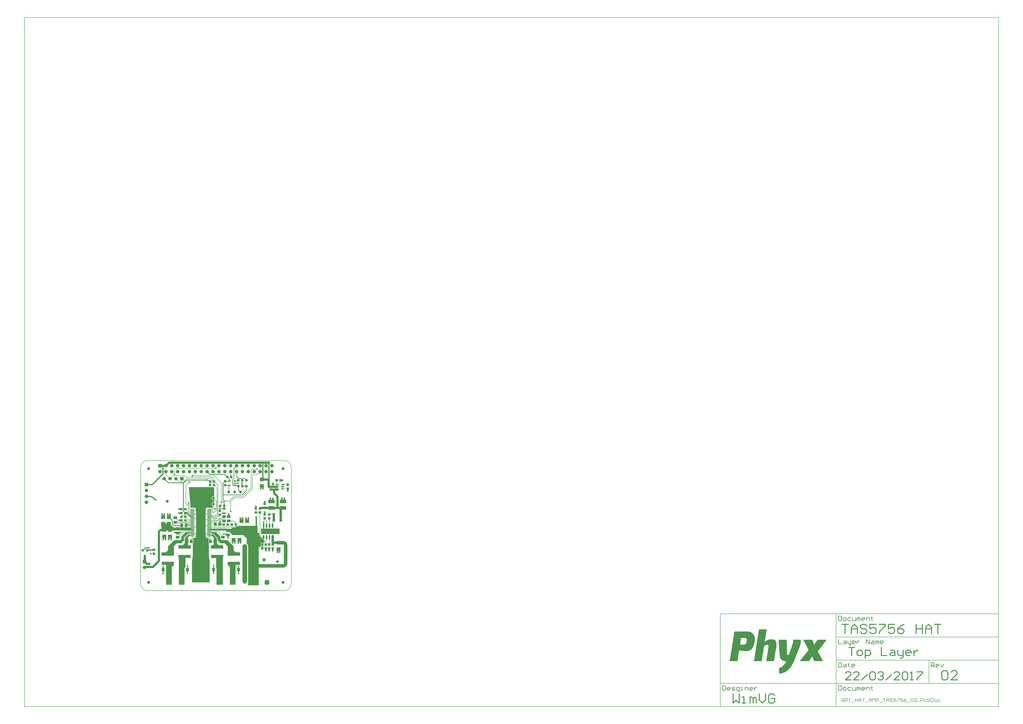
<source format=gtl>
G04 Layer_Physical_Order=1*
G04 Layer_Color=48896*
%FSLAX25Y25*%
%MOIN*%
G70*
G01*
G75*
%ADD10C,0.05905*%
%ADD11C,0.02362*%
%ADD12C,0.01968*%
%ADD13R,0.10630X0.06299*%
%ADD14R,0.07087X0.06299*%
%ADD15R,0.20984X0.05630*%
%ADD16R,0.05905X0.02756*%
%ADD17R,0.03347X0.03937*%
%ADD18R,0.03347X0.03937*%
%ADD19R,0.04528X0.02362*%
%ADD20C,0.01575*%
%ADD21R,0.06890X0.01181*%
%ADD22R,0.16142X0.35827*%
%ADD23R,0.01575X0.01890*%
%ADD24R,0.04331X0.03937*%
%ADD25R,0.03937X0.04331*%
%ADD26R,0.05905X0.05118*%
%ADD27R,0.05118X0.05905*%
%ADD28R,0.12992X0.09488*%
%ADD29O,0.02362X0.07874*%
%ADD30R,0.04331X0.14567*%
%ADD31C,0.03504*%
%ADD32C,0.01181*%
%ADD33C,0.03937*%
%ADD34C,0.00787*%
%ADD35C,0.01575*%
%ADD36C,0.00984*%
%ADD37C,0.00591*%
%ADD38C,0.01000*%
%ADD39R,0.31496X0.09449*%
G04:AMPARAMS|DCode=40|XSize=49.21mil|YSize=49.21mil|CornerRadius=12.3mil|HoleSize=0mil|Usage=FLASHONLY|Rotation=45.000|XOffset=0mil|YOffset=0mil|HoleType=Round|Shape=RoundedRectangle|*
%AMROUNDEDRECTD40*
21,1,0.04921,0.02461,0,0,45.0*
21,1,0.02461,0.04921,0,0,45.0*
1,1,0.02461,0.01740,0.00000*
1,1,0.02461,0.00000,-0.01740*
1,1,0.02461,-0.01740,0.00000*
1,1,0.02461,0.00000,0.01740*
%
%ADD40ROUNDEDRECTD40*%
%ADD41P,0.06960X4X90.0*%
%ADD42R,0.03937X0.03937*%
G04:AMPARAMS|DCode=43|XSize=39.37mil|YSize=39.37mil|CornerRadius=9.84mil|HoleSize=0mil|Usage=FLASHONLY|Rotation=90.000|XOffset=0mil|YOffset=0mil|HoleType=Round|Shape=RoundedRectangle|*
%AMROUNDEDRECTD43*
21,1,0.03937,0.01968,0,0,90.0*
21,1,0.01968,0.03937,0,0,90.0*
1,1,0.01968,0.00984,0.00984*
1,1,0.01968,0.00984,-0.00984*
1,1,0.01968,-0.00984,-0.00984*
1,1,0.01968,-0.00984,0.00984*
%
%ADD43ROUNDEDRECTD43*%
%ADD44C,0.04724*%
%ADD45O,0.07874X0.66929*%
%ADD46C,0.05118*%
G04:AMPARAMS|DCode=47|XSize=78.74mil|YSize=78.74mil|CornerRadius=19.68mil|HoleSize=0mil|Usage=FLASHONLY|Rotation=0.000|XOffset=0mil|YOffset=0mil|HoleType=Round|Shape=RoundedRectangle|*
%AMROUNDEDRECTD47*
21,1,0.07874,0.03937,0,0,0.0*
21,1,0.03937,0.07874,0,0,0.0*
1,1,0.03937,0.01968,-0.01968*
1,1,0.03937,-0.01968,-0.01968*
1,1,0.03937,-0.01968,0.01968*
1,1,0.03937,0.01968,0.01968*
%
%ADD47ROUNDEDRECTD47*%
%ADD48R,0.07874X0.07874*%
%ADD49C,0.05905*%
%ADD50R,0.05905X0.05905*%
%ADD51R,0.05905X0.05905*%
%ADD52C,0.02756*%
G36*
X125197Y159935D02*
X124697Y159601D01*
X124393Y159727D01*
X123622Y159829D01*
X122851Y159727D01*
X122133Y159430D01*
X121516Y158956D01*
X121043Y158340D01*
X120745Y157621D01*
X120644Y156850D01*
X120745Y156080D01*
X121043Y155361D01*
X121516Y154745D01*
X122133Y154271D01*
X122851Y153974D01*
X123622Y153872D01*
X124393Y153974D01*
X124818Y154150D01*
X125197Y153840D01*
Y149935D01*
X124697Y149601D01*
X124393Y149727D01*
X123622Y149829D01*
X122851Y149727D01*
X122133Y149430D01*
X121516Y148956D01*
X121043Y148339D01*
X120745Y147621D01*
X120644Y146850D01*
X120745Y146080D01*
X121043Y145361D01*
X121516Y144745D01*
X122133Y144271D01*
X122719Y144028D01*
Y140551D01*
X111417D01*
X110236Y133071D01*
Y97638D01*
Y97244D01*
X111221Y90551D01*
X112205Y89567D01*
X115157D01*
X115841Y88883D01*
X115924Y88759D01*
X116142Y88541D01*
Y87253D01*
X115945D01*
X115493Y87066D01*
X115306Y86614D01*
Y80709D01*
X115493Y80257D01*
X115945Y80070D01*
X116142D01*
Y56102D01*
X117323Y50394D01*
Y13780D01*
X87402D01*
Y50394D01*
X88583Y56102D01*
Y80070D01*
X88976D01*
X89428Y80257D01*
X89616Y80709D01*
Y86614D01*
X89428Y87066D01*
X88976Y87253D01*
X88583D01*
Y88542D01*
X88800Y88759D01*
X88883Y88883D01*
X89567Y89567D01*
X92520Y89567D01*
X93504Y90551D01*
X94488Y97244D01*
Y97638D01*
Y133071D01*
X93307Y140551D01*
X85039D01*
X81919Y175222D01*
X82256Y175591D01*
X125197D01*
Y159935D01*
D02*
G37*
G36*
X79921Y132677D02*
X84055Y128543D01*
X91535Y128543D01*
Y127362D01*
X85827D01*
Y126575D01*
X91535D01*
Y125394D01*
X84449Y125394D01*
X79527Y130315D01*
X75590D01*
Y132677D01*
X79921Y132677D01*
D02*
G37*
G36*
X192032Y109843D02*
X193898D01*
D01*
X198819Y109843D01*
X198819Y98819D01*
X200197Y97441D01*
X201752D01*
Y93701D01*
X201828Y93317D01*
X202046Y92992D01*
X205196Y89842D01*
X205521Y89624D01*
X205906Y89548D01*
X207229D01*
Y87795D01*
X207367Y87104D01*
X207758Y86518D01*
X208344Y86126D01*
X209035Y85989D01*
X209727Y86126D01*
X209795Y86172D01*
X210236Y85936D01*
X210236Y83112D01*
X208079Y80954D01*
X204725D01*
X204273Y80767D01*
X204085Y80315D01*
Y75984D01*
X204273Y75532D01*
X204725Y75345D01*
X207722D01*
X207913Y74883D01*
X207291Y74261D01*
X204725D01*
X204273Y74074D01*
X204249Y74016D01*
X200787Y74016D01*
X200787Y8858D01*
X189641D01*
X189641Y8858D01*
X182677D01*
Y15387D01*
X182725Y15748D01*
X182708D01*
Y45276D01*
Y74803D01*
X182725D01*
X182535Y76242D01*
X181980Y77583D01*
X181096Y78734D01*
X180315Y79334D01*
X180315Y88386D01*
X174606Y94095D01*
X156299D01*
X148622Y101772D01*
X113189Y101772D01*
Y102953D01*
X117717D01*
Y103740D01*
X113189D01*
Y104921D01*
X154724Y104921D01*
Y106674D01*
X160433D01*
X160817Y106750D01*
X161143Y106968D01*
X162324Y108149D01*
X162542Y108475D01*
X162618Y108859D01*
Y109204D01*
X163780D01*
X164232Y109391D01*
X164256Y109449D01*
X166535D01*
Y109843D01*
X184252Y109843D01*
Y109843D01*
X192032Y109843D01*
D02*
G37*
G36*
X51181Y112205D02*
X56496Y106890D01*
X91535Y106890D01*
Y105709D01*
X86024D01*
Y104921D01*
X91535D01*
Y103740D01*
X86024D01*
Y102953D01*
X91535D01*
Y101772D01*
X35433Y101772D01*
X35433Y114173D01*
X51181Y114173D01*
X51181Y112205D01*
D02*
G37*
G36*
X91535Y99016D02*
Y97835D01*
X84350D01*
X82579Y96063D01*
X80512Y96063D01*
X73721Y89272D01*
X73721Y84843D01*
X68996Y80118D01*
X61516Y80118D01*
X56693Y75295D01*
Y59252D01*
X35728D01*
Y64961D01*
X43209D01*
X46654Y68405D01*
Y75098D01*
X57087Y85532D01*
X66929Y85532D01*
X69390Y87992D01*
Y92028D01*
X76378Y99016D01*
X91535Y99016D01*
D02*
G37*
G36*
X123622Y95079D02*
X129724Y88976D01*
X129724Y80118D01*
X133169Y76673D01*
X140354D01*
Y71063D01*
X119390D01*
Y76772D01*
X123228D01*
X124409Y77953D01*
X124409Y89961D01*
X120472Y93898D01*
X113189D01*
Y95079D01*
X123622Y95079D01*
D02*
G37*
G36*
X91535Y93898D02*
X84252D01*
X80315Y89961D01*
X80315Y77953D01*
X81496Y76772D01*
X85335D01*
Y71063D01*
X64370D01*
Y76673D01*
X71555D01*
X75000Y80118D01*
X75000Y88976D01*
X81102Y95079D01*
X91535Y95079D01*
Y93898D01*
D02*
G37*
G36*
X135335Y92028D02*
Y87992D01*
X137795Y85532D01*
X147638Y85532D01*
X158071Y75098D01*
Y68405D01*
X161516Y64961D01*
X168996D01*
Y59252D01*
X148031D01*
Y75295D01*
X143209Y80118D01*
X135728Y80118D01*
X131004Y84843D01*
X131004Y89272D01*
X124213Y96063D01*
X122146Y96063D01*
X120374Y97835D01*
X113189D01*
Y99016D01*
X128346Y99016D01*
X135335Y92028D01*
D02*
G37*
G36*
X139764Y9843D02*
X129134D01*
Y38976D01*
X128347Y39764D01*
Y60630D01*
X139764D01*
Y9843D01*
D02*
G37*
G36*
X76378Y39764D02*
X74803Y38189D01*
Y9843D01*
X64961D01*
Y60630D01*
X76378D01*
Y39764D01*
D02*
G37*
G36*
X161417Y48819D02*
Y9843D01*
X151575Y9843D01*
Y39764D01*
X148425Y42913D01*
Y48819D01*
X161417Y48819D01*
D02*
G37*
G36*
X56299Y42913D02*
X53150Y39764D01*
Y9843D01*
X43307Y9843D01*
Y48819D01*
X56299Y48819D01*
Y42913D01*
D02*
G37*
G36*
X1165172Y-83717D02*
X1164886D01*
Y-84003D01*
X1164599D01*
Y-84290D01*
Y-84576D01*
X1164313D01*
Y-84862D01*
X1164027D01*
Y-85149D01*
X1163740D01*
Y-85435D01*
Y-85721D01*
X1163454D01*
Y-86007D01*
X1163168D01*
Y-86294D01*
X1162881D01*
Y-86580D01*
X1162595D01*
Y-86866D01*
Y-87153D01*
X1162309D01*
Y-87439D01*
X1162022D01*
Y-87725D01*
X1161736D01*
Y-88012D01*
Y-88298D01*
X1161450D01*
Y-88584D01*
X1161163D01*
Y-88871D01*
X1160877D01*
Y-89157D01*
X1160591D01*
Y-89443D01*
Y-89730D01*
X1160305D01*
Y-90016D01*
X1160018D01*
Y-90302D01*
X1159732D01*
Y-90588D01*
Y-90875D01*
X1159445D01*
Y-91161D01*
X1159159D01*
Y-91448D01*
X1158873D01*
Y-91734D01*
Y-92020D01*
X1158587D01*
Y-92306D01*
X1158300D01*
Y-92593D01*
X1158014D01*
Y-92879D01*
X1157728D01*
Y-93165D01*
Y-93452D01*
X1157441D01*
Y-93738D01*
X1157155D01*
Y-94024D01*
X1156869D01*
Y-94311D01*
Y-94597D01*
X1156582D01*
Y-94883D01*
X1156296D01*
Y-95170D01*
X1156010D01*
Y-95456D01*
Y-95742D01*
X1155723D01*
Y-96029D01*
X1155437D01*
Y-96315D01*
X1155151D01*
Y-96601D01*
X1154865D01*
Y-96887D01*
Y-97174D01*
X1154578D01*
Y-97460D01*
X1154292D01*
Y-97746D01*
X1154006D01*
Y-98033D01*
Y-98319D01*
X1153719D01*
Y-98605D01*
X1153433D01*
Y-98892D01*
X1153147D01*
Y-99178D01*
Y-99464D01*
X1152860D01*
Y-99751D01*
X1152574D01*
Y-100037D01*
X1152288D01*
Y-100323D01*
X1152001D01*
Y-100610D01*
Y-100896D01*
X1151715D01*
Y-101182D01*
X1151429D01*
Y-101468D01*
X1151142D01*
Y-101755D01*
Y-102041D01*
X1150856D01*
Y-102327D01*
X1150570D01*
Y-102614D01*
X1150284D01*
Y-102900D01*
X1149997D01*
Y-103186D01*
Y-103473D01*
X1150284D01*
Y-103759D01*
Y-104045D01*
X1150570D01*
Y-104332D01*
Y-104618D01*
X1150856D01*
Y-104904D01*
X1151142D01*
Y-105191D01*
Y-105477D01*
X1151429D01*
Y-105763D01*
Y-106049D01*
X1151715D01*
Y-106336D01*
Y-106622D01*
X1152001D01*
Y-106908D01*
Y-107195D01*
X1152288D01*
Y-107481D01*
Y-107767D01*
X1152574D01*
Y-108054D01*
Y-108340D01*
X1152860D01*
Y-108626D01*
Y-108913D01*
X1153147D01*
Y-109199D01*
Y-109485D01*
X1153433D01*
Y-109772D01*
X1153719D01*
Y-110058D01*
Y-110344D01*
X1154006D01*
Y-110630D01*
Y-110917D01*
X1154292D01*
Y-111203D01*
Y-111489D01*
X1154578D01*
Y-111776D01*
Y-112062D01*
X1154865D01*
Y-112348D01*
Y-112635D01*
X1155151D01*
Y-112921D01*
Y-113207D01*
X1155437D01*
Y-113494D01*
Y-113780D01*
X1155723D01*
Y-114066D01*
X1156010D01*
Y-114353D01*
Y-114639D01*
X1156296D01*
Y-114925D01*
Y-115211D01*
X1156582D01*
Y-115498D01*
Y-115784D01*
X1156869D01*
Y-116070D01*
Y-116357D01*
X1157155D01*
Y-116643D01*
Y-116929D01*
X1157441D01*
Y-117216D01*
Y-117502D01*
X1157728D01*
Y-117788D01*
Y-118075D01*
X1158014D01*
Y-118361D01*
X1158300D01*
Y-118647D01*
Y-118933D01*
X1158587D01*
Y-119220D01*
Y-119506D01*
X1158873D01*
Y-119792D01*
X1143698D01*
Y-119506D01*
X1143412D01*
Y-119220D01*
Y-118933D01*
Y-118647D01*
X1143126D01*
Y-118361D01*
Y-118075D01*
Y-117788D01*
X1142839D01*
Y-117502D01*
Y-117216D01*
X1142553D01*
Y-116929D01*
Y-116643D01*
Y-116357D01*
X1142267D01*
Y-116070D01*
Y-115784D01*
Y-115498D01*
X1141980D01*
Y-115211D01*
Y-114925D01*
X1141694D01*
Y-114639D01*
Y-114353D01*
Y-114066D01*
X1141408D01*
Y-113780D01*
Y-113494D01*
Y-113207D01*
X1141121D01*
Y-112921D01*
Y-112635D01*
Y-112348D01*
X1140835D01*
Y-112062D01*
X1140263D01*
Y-112348D01*
Y-112635D01*
X1139976D01*
Y-112921D01*
X1139690D01*
Y-113207D01*
Y-113494D01*
X1139404D01*
Y-113780D01*
X1139117D01*
Y-114066D01*
Y-114353D01*
X1138831D01*
Y-114639D01*
X1138545D01*
Y-114925D01*
Y-115211D01*
X1138258D01*
Y-115498D01*
X1137972D01*
Y-115784D01*
X1137686D01*
Y-116070D01*
Y-116357D01*
X1137399D01*
Y-116643D01*
X1137113D01*
Y-116929D01*
Y-117216D01*
X1136827D01*
Y-117502D01*
X1136541D01*
Y-117788D01*
Y-118075D01*
X1136254D01*
Y-118361D01*
X1135968D01*
Y-118647D01*
Y-118933D01*
X1135682D01*
Y-119220D01*
X1135395D01*
Y-119506D01*
Y-119792D01*
X1119362D01*
Y-119506D01*
X1119648D01*
Y-119220D01*
X1119934D01*
Y-118933D01*
X1120221D01*
Y-118647D01*
X1120507D01*
Y-118361D01*
Y-118075D01*
X1120793D01*
Y-117788D01*
X1121080D01*
Y-117502D01*
X1121366D01*
Y-117216D01*
X1121652D01*
Y-116929D01*
Y-116643D01*
X1121939D01*
Y-116357D01*
X1122225D01*
Y-116070D01*
X1122511D01*
Y-115784D01*
Y-115498D01*
X1122797D01*
Y-115211D01*
X1123084D01*
Y-114925D01*
X1123370D01*
Y-114639D01*
X1123656D01*
Y-114353D01*
Y-114066D01*
X1123943D01*
Y-113780D01*
X1124229D01*
Y-113494D01*
X1124515D01*
Y-113207D01*
X1124802D01*
Y-112921D01*
Y-112635D01*
X1125088D01*
Y-112348D01*
X1125374D01*
Y-112062D01*
X1125661D01*
Y-111776D01*
Y-111489D01*
X1125947D01*
Y-111203D01*
X1126233D01*
Y-110917D01*
X1126519D01*
Y-110630D01*
X1126806D01*
Y-110344D01*
Y-110058D01*
X1127092D01*
Y-109772D01*
X1127378D01*
Y-109485D01*
X1127665D01*
Y-109199D01*
Y-108913D01*
X1127951D01*
Y-108626D01*
X1128237D01*
Y-108340D01*
X1128524D01*
Y-108054D01*
X1128810D01*
Y-107767D01*
Y-107481D01*
X1129096D01*
Y-107195D01*
X1129383D01*
Y-106908D01*
X1129669D01*
Y-106622D01*
Y-106336D01*
X1129955D01*
Y-106049D01*
X1130242D01*
Y-105763D01*
X1130528D01*
Y-105477D01*
X1130814D01*
Y-105191D01*
Y-104904D01*
X1131100D01*
Y-104618D01*
X1131387D01*
Y-104332D01*
X1131673D01*
Y-104045D01*
X1131960D01*
Y-103759D01*
Y-103473D01*
X1132246D01*
Y-103186D01*
X1132532D01*
Y-102900D01*
X1132818D01*
Y-102614D01*
Y-102327D01*
X1133105D01*
Y-102041D01*
X1133391D01*
Y-101755D01*
X1133677D01*
Y-101468D01*
X1133964D01*
Y-101182D01*
Y-100896D01*
X1134250D01*
Y-100610D01*
Y-100323D01*
Y-100037D01*
X1133964D01*
Y-99751D01*
X1133677D01*
Y-99464D01*
Y-99178D01*
X1133391D01*
Y-98892D01*
Y-98605D01*
X1133105D01*
Y-98319D01*
Y-98033D01*
X1132818D01*
Y-97746D01*
Y-97460D01*
X1132532D01*
Y-97174D01*
Y-96887D01*
X1132246D01*
Y-96601D01*
Y-96315D01*
X1131960D01*
Y-96029D01*
X1131673D01*
Y-95742D01*
Y-95456D01*
X1131387D01*
Y-95170D01*
Y-94883D01*
X1131100D01*
Y-94597D01*
Y-94311D01*
X1130814D01*
Y-94024D01*
Y-93738D01*
X1130528D01*
Y-93452D01*
Y-93165D01*
X1130242D01*
Y-92879D01*
Y-92593D01*
X1129955D01*
Y-92306D01*
X1129669D01*
Y-92020D01*
Y-91734D01*
X1129383D01*
Y-91448D01*
Y-91161D01*
X1129096D01*
Y-90875D01*
Y-90588D01*
X1128810D01*
Y-90302D01*
Y-90016D01*
X1128524D01*
Y-89730D01*
Y-89443D01*
X1128237D01*
Y-89157D01*
Y-88871D01*
X1127951D01*
Y-88584D01*
Y-88298D01*
X1127665D01*
Y-88012D01*
X1127378D01*
Y-87725D01*
Y-87439D01*
X1127092D01*
Y-87153D01*
Y-86866D01*
X1126806D01*
Y-86580D01*
Y-86294D01*
X1126519D01*
Y-86007D01*
Y-85721D01*
X1126233D01*
Y-85435D01*
Y-85149D01*
X1125947D01*
Y-84862D01*
Y-84576D01*
X1125661D01*
Y-84290D01*
X1125374D01*
Y-84003D01*
Y-83717D01*
X1125088D01*
Y-83431D01*
X1140835D01*
Y-83717D01*
X1141121D01*
Y-84003D01*
Y-84290D01*
Y-84576D01*
X1141408D01*
Y-84862D01*
Y-85149D01*
Y-85435D01*
X1141694D01*
Y-85721D01*
Y-86007D01*
Y-86294D01*
X1141980D01*
Y-86580D01*
Y-86866D01*
Y-87153D01*
X1142267D01*
Y-87439D01*
Y-87725D01*
Y-88012D01*
X1142553D01*
Y-88298D01*
Y-88584D01*
Y-88871D01*
X1142839D01*
Y-89157D01*
Y-89443D01*
Y-89730D01*
X1143126D01*
Y-90016D01*
Y-90302D01*
Y-90588D01*
X1143412D01*
Y-90875D01*
Y-91161D01*
Y-91448D01*
Y-91734D01*
X1143985D01*
Y-91448D01*
X1144271D01*
Y-91161D01*
X1144557D01*
Y-90875D01*
Y-90588D01*
X1144844D01*
Y-90302D01*
X1145130D01*
Y-90016D01*
Y-89730D01*
X1145416D01*
Y-89443D01*
X1145702D01*
Y-89157D01*
Y-88871D01*
X1145989D01*
Y-88584D01*
X1146275D01*
Y-88298D01*
Y-88012D01*
X1146561D01*
Y-87725D01*
X1146848D01*
Y-87439D01*
Y-87153D01*
X1147134D01*
Y-86866D01*
X1147420D01*
Y-86580D01*
Y-86294D01*
X1147707D01*
Y-86007D01*
X1147993D01*
Y-85721D01*
Y-85435D01*
X1148279D01*
Y-85149D01*
X1148566D01*
Y-84862D01*
Y-84576D01*
X1148852D01*
Y-84290D01*
X1149138D01*
Y-84003D01*
Y-83717D01*
X1149425D01*
Y-83431D01*
X1165172D01*
Y-83717D01*
D02*
G37*
G36*
X1032036Y-69688D02*
X1033754D01*
Y-69974D01*
X1034613D01*
Y-70260D01*
X1035472D01*
Y-70547D01*
X1036331D01*
Y-70833D01*
X1036904D01*
Y-71119D01*
X1037190D01*
Y-71406D01*
X1037763D01*
Y-71692D01*
X1038049D01*
Y-71978D01*
X1038622D01*
Y-72264D01*
X1038908D01*
Y-72551D01*
X1039194D01*
Y-72837D01*
X1039480D01*
Y-73123D01*
X1039767D01*
Y-73410D01*
X1040053D01*
Y-73696D01*
X1040339D01*
Y-73982D01*
Y-74269D01*
X1040626D01*
Y-74555D01*
X1040912D01*
Y-74841D01*
Y-75128D01*
X1041198D01*
Y-75414D01*
X1041485D01*
Y-75700D01*
Y-75987D01*
X1041771D01*
Y-76273D01*
Y-76559D01*
Y-76846D01*
X1042057D01*
Y-77132D01*
Y-77418D01*
Y-77704D01*
X1042344D01*
Y-77991D01*
Y-78277D01*
Y-78563D01*
Y-78850D01*
X1042630D01*
Y-79136D01*
Y-79422D01*
Y-79709D01*
Y-79995D01*
Y-80281D01*
X1042916D01*
Y-80568D01*
Y-80854D01*
Y-81140D01*
Y-81427D01*
Y-81713D01*
Y-81999D01*
Y-82285D01*
Y-82572D01*
Y-82858D01*
Y-83144D01*
Y-83431D01*
Y-83717D01*
Y-84003D01*
Y-84290D01*
Y-84576D01*
Y-84862D01*
Y-85149D01*
Y-85435D01*
Y-85721D01*
Y-86007D01*
X1042630D01*
Y-86294D01*
Y-86580D01*
Y-86866D01*
Y-87153D01*
Y-87439D01*
Y-87725D01*
Y-88012D01*
X1042344D01*
Y-88298D01*
Y-88584D01*
Y-88871D01*
Y-89157D01*
Y-89443D01*
X1042057D01*
Y-89730D01*
Y-90016D01*
Y-90302D01*
Y-90588D01*
Y-90875D01*
X1041771D01*
Y-91161D01*
Y-91448D01*
Y-91734D01*
X1041485D01*
Y-92020D01*
Y-92306D01*
Y-92593D01*
Y-92879D01*
X1041198D01*
Y-93165D01*
Y-93452D01*
Y-93738D01*
X1040912D01*
Y-94024D01*
Y-94311D01*
X1040626D01*
Y-94597D01*
Y-94883D01*
Y-95170D01*
X1040339D01*
Y-95456D01*
Y-95742D01*
X1040053D01*
Y-96029D01*
Y-96315D01*
X1039767D01*
Y-96601D01*
Y-96887D01*
X1039480D01*
Y-97174D01*
X1039194D01*
Y-97460D01*
Y-97746D01*
X1038908D01*
Y-98033D01*
X1038622D01*
Y-98319D01*
X1038335D01*
Y-98605D01*
Y-98892D01*
X1038049D01*
Y-99178D01*
X1037763D01*
Y-99464D01*
X1037476D01*
Y-99751D01*
X1037190D01*
Y-100037D01*
X1036904D01*
Y-100323D01*
X1036331D01*
Y-100610D01*
X1036045D01*
Y-100896D01*
X1035472D01*
Y-101182D01*
X1035186D01*
Y-101468D01*
X1034613D01*
Y-101755D01*
X1033754D01*
Y-102041D01*
X1032895D01*
Y-102327D01*
X1032036D01*
Y-102614D01*
X1030318D01*
Y-102900D01*
X1025165D01*
Y-102614D01*
X1022588D01*
Y-102327D01*
X1020584D01*
Y-102041D01*
X1019152D01*
Y-101755D01*
X1017721D01*
Y-101468D01*
X1016289D01*
Y-101755D01*
Y-102041D01*
Y-102327D01*
Y-102614D01*
Y-102900D01*
Y-103186D01*
Y-103473D01*
X1016003D01*
Y-103759D01*
Y-104045D01*
Y-104332D01*
Y-104618D01*
Y-104904D01*
Y-105191D01*
X1015716D01*
Y-105477D01*
Y-105763D01*
Y-106049D01*
Y-106336D01*
Y-106622D01*
Y-106908D01*
X1015430D01*
Y-107195D01*
Y-107481D01*
Y-107767D01*
Y-108054D01*
Y-108340D01*
Y-108626D01*
Y-108913D01*
X1015144D01*
Y-109199D01*
Y-109485D01*
Y-109772D01*
Y-110058D01*
Y-110344D01*
Y-110630D01*
X1014857D01*
Y-110917D01*
Y-111203D01*
Y-111489D01*
Y-111776D01*
Y-112062D01*
Y-112348D01*
X1014571D01*
Y-112635D01*
Y-112921D01*
Y-113207D01*
Y-113494D01*
Y-113780D01*
Y-114066D01*
Y-114353D01*
X1014285D01*
Y-114639D01*
Y-114925D01*
Y-115211D01*
Y-115498D01*
Y-115784D01*
Y-116070D01*
X1013999D01*
Y-116357D01*
Y-116643D01*
Y-116929D01*
Y-117216D01*
Y-117502D01*
Y-117788D01*
X1013712D01*
Y-118075D01*
Y-118361D01*
Y-118647D01*
Y-118933D01*
Y-119220D01*
Y-119506D01*
Y-119792D01*
X1000256D01*
Y-119506D01*
X1000542D01*
Y-119220D01*
Y-118933D01*
Y-118647D01*
Y-118361D01*
Y-118075D01*
X1000828D01*
Y-117788D01*
Y-117502D01*
Y-117216D01*
Y-116929D01*
Y-116643D01*
Y-116357D01*
Y-116070D01*
X1001114D01*
Y-115784D01*
Y-115498D01*
Y-115211D01*
Y-114925D01*
Y-114639D01*
Y-114353D01*
X1001401D01*
Y-114066D01*
Y-113780D01*
Y-113494D01*
Y-113207D01*
Y-112921D01*
Y-112635D01*
X1001687D01*
Y-112348D01*
Y-112062D01*
Y-111776D01*
Y-111489D01*
Y-111203D01*
Y-110917D01*
Y-110630D01*
X1001974D01*
Y-110344D01*
Y-110058D01*
Y-109772D01*
Y-109485D01*
Y-109199D01*
Y-108913D01*
X1002260D01*
Y-108626D01*
Y-108340D01*
Y-108054D01*
Y-107767D01*
Y-107481D01*
Y-107195D01*
X1002546D01*
Y-106908D01*
Y-106622D01*
Y-106336D01*
Y-106049D01*
Y-105763D01*
Y-105477D01*
X1002832D01*
Y-105191D01*
Y-104904D01*
Y-104618D01*
Y-104332D01*
Y-104045D01*
Y-103759D01*
Y-103473D01*
X1003119D01*
Y-103186D01*
Y-102900D01*
Y-102614D01*
Y-102327D01*
Y-102041D01*
Y-101755D01*
X1003405D01*
Y-101468D01*
Y-101182D01*
Y-100896D01*
Y-100610D01*
Y-100323D01*
Y-100037D01*
X1003691D01*
Y-99751D01*
Y-99464D01*
Y-99178D01*
Y-98892D01*
Y-98605D01*
Y-98319D01*
X1003978D01*
Y-98033D01*
Y-97746D01*
Y-97460D01*
Y-97174D01*
Y-96887D01*
Y-96601D01*
Y-96315D01*
X1004264D01*
Y-96029D01*
Y-95742D01*
Y-95456D01*
Y-95170D01*
Y-94883D01*
Y-94597D01*
X1004550D01*
Y-94311D01*
Y-94024D01*
Y-93738D01*
Y-93452D01*
Y-93165D01*
Y-92879D01*
X1004837D01*
Y-92593D01*
Y-92306D01*
Y-92020D01*
Y-91734D01*
Y-91448D01*
Y-91161D01*
Y-90875D01*
X1005123D01*
Y-90588D01*
Y-90302D01*
Y-90016D01*
Y-89730D01*
Y-89443D01*
Y-89157D01*
X1005409D01*
Y-88871D01*
Y-88584D01*
Y-88298D01*
Y-88012D01*
Y-87725D01*
Y-87439D01*
X1005696D01*
Y-87153D01*
Y-86866D01*
Y-86580D01*
Y-86294D01*
Y-86007D01*
Y-85721D01*
X1005982D01*
Y-85435D01*
Y-85149D01*
Y-84862D01*
Y-84576D01*
Y-84290D01*
Y-84003D01*
Y-83717D01*
X1006268D01*
Y-83431D01*
Y-83144D01*
Y-82858D01*
Y-82572D01*
Y-82285D01*
Y-81999D01*
X1006555D01*
Y-81713D01*
Y-81427D01*
Y-81140D01*
Y-80854D01*
Y-80568D01*
Y-80281D01*
X1006841D01*
Y-79995D01*
Y-79709D01*
Y-79422D01*
Y-79136D01*
Y-78850D01*
Y-78563D01*
Y-78277D01*
X1007127D01*
Y-77991D01*
Y-77704D01*
Y-77418D01*
Y-77132D01*
Y-76846D01*
Y-76559D01*
X1007413D01*
Y-76273D01*
Y-75987D01*
Y-75700D01*
Y-75414D01*
Y-75128D01*
Y-74841D01*
X1007700D01*
Y-74555D01*
Y-74269D01*
Y-73982D01*
Y-73696D01*
Y-73410D01*
Y-73123D01*
Y-72837D01*
X1007986D01*
Y-72551D01*
Y-72264D01*
Y-71978D01*
Y-71692D01*
Y-71406D01*
Y-71119D01*
X1008272D01*
Y-70833D01*
Y-70547D01*
Y-70260D01*
Y-69974D01*
Y-69688D01*
Y-69401D01*
X1032036D01*
Y-69688D01*
D02*
G37*
G36*
X1121080Y-83717D02*
Y-84003D01*
Y-84290D01*
Y-84576D01*
Y-84862D01*
Y-85149D01*
Y-85435D01*
Y-85721D01*
Y-86007D01*
Y-86294D01*
Y-86580D01*
Y-86866D01*
Y-87153D01*
Y-87439D01*
Y-87725D01*
Y-88012D01*
Y-88298D01*
Y-88584D01*
Y-88871D01*
Y-89157D01*
Y-89443D01*
X1120793D01*
Y-89730D01*
Y-90016D01*
Y-90302D01*
Y-90588D01*
Y-90875D01*
X1120507D01*
Y-91161D01*
Y-91448D01*
Y-91734D01*
Y-92020D01*
X1120221D01*
Y-92306D01*
Y-92593D01*
Y-92879D01*
Y-93165D01*
X1119934D01*
Y-93452D01*
Y-93738D01*
Y-94024D01*
X1119648D01*
Y-94311D01*
Y-94597D01*
Y-94883D01*
X1119362D01*
Y-95170D01*
Y-95456D01*
Y-95742D01*
X1119075D01*
Y-96029D01*
Y-96315D01*
Y-96601D01*
X1118789D01*
Y-96887D01*
Y-97174D01*
X1118503D01*
Y-97460D01*
Y-97746D01*
X1118217D01*
Y-98033D01*
Y-98319D01*
Y-98605D01*
X1117930D01*
Y-98892D01*
Y-99178D01*
X1117644D01*
Y-99464D01*
Y-99751D01*
Y-100037D01*
X1117358D01*
Y-100323D01*
Y-100610D01*
X1117071D01*
Y-100896D01*
Y-101182D01*
Y-101468D01*
X1116785D01*
Y-101755D01*
Y-102041D01*
X1116499D01*
Y-102327D01*
Y-102614D01*
Y-102900D01*
X1116212D01*
Y-103186D01*
Y-103473D01*
X1115926D01*
Y-103759D01*
Y-104045D01*
Y-104332D01*
X1115640D01*
Y-104618D01*
Y-104904D01*
X1115353D01*
Y-105191D01*
Y-105477D01*
Y-105763D01*
X1115067D01*
Y-106049D01*
Y-106336D01*
X1114781D01*
Y-106622D01*
Y-106908D01*
Y-107195D01*
X1114494D01*
Y-107481D01*
Y-107767D01*
X1114208D01*
Y-108054D01*
Y-108340D01*
Y-108626D01*
X1113922D01*
Y-108913D01*
Y-109199D01*
X1113636D01*
Y-109485D01*
Y-109772D01*
Y-110058D01*
X1113349D01*
Y-110344D01*
Y-110630D01*
X1113063D01*
Y-110917D01*
Y-111203D01*
Y-111489D01*
X1112776D01*
Y-111776D01*
Y-112062D01*
X1112490D01*
Y-112348D01*
Y-112635D01*
Y-112921D01*
X1112204D01*
Y-113207D01*
Y-113494D01*
X1111918D01*
Y-113780D01*
Y-114066D01*
Y-114353D01*
X1111631D01*
Y-114639D01*
Y-114925D01*
X1111345D01*
Y-115211D01*
Y-115498D01*
Y-115784D01*
X1111059D01*
Y-116070D01*
Y-116357D01*
X1110772D01*
Y-116643D01*
Y-116929D01*
Y-117216D01*
X1110486D01*
Y-117502D01*
Y-117788D01*
X1110200D01*
Y-118075D01*
Y-118361D01*
Y-118647D01*
X1109913D01*
Y-118933D01*
Y-119220D01*
X1109627D01*
Y-119506D01*
Y-119792D01*
Y-120079D01*
X1109341D01*
Y-120365D01*
Y-120651D01*
X1109054D01*
Y-120938D01*
Y-121224D01*
X1108768D01*
Y-121510D01*
Y-121797D01*
X1108482D01*
Y-122083D01*
Y-122369D01*
Y-122656D01*
X1108195D01*
Y-122942D01*
X1107909D01*
Y-123228D01*
Y-123514D01*
Y-123801D01*
X1107623D01*
Y-124087D01*
X1107337D01*
Y-124373D01*
Y-124660D01*
X1107050D01*
Y-124946D01*
Y-125232D01*
X1106764D01*
Y-125519D01*
Y-125805D01*
X1106478D01*
Y-126091D01*
Y-126378D01*
X1106191D01*
Y-126664D01*
X1105905D01*
Y-126950D01*
Y-127237D01*
X1105619D01*
Y-127523D01*
Y-127809D01*
X1105332D01*
Y-128095D01*
X1105046D01*
Y-128382D01*
X1104760D01*
Y-128668D01*
Y-128954D01*
X1104473D01*
Y-129241D01*
X1104187D01*
Y-129527D01*
Y-129813D01*
X1103901D01*
Y-130100D01*
X1103615D01*
Y-130386D01*
X1103328D01*
Y-130672D01*
Y-130959D01*
X1103042D01*
Y-131245D01*
X1102756D01*
Y-131531D01*
X1102469D01*
Y-131818D01*
X1102183D01*
Y-132104D01*
X1101897D01*
Y-132390D01*
Y-132676D01*
X1101610D01*
Y-132963D01*
X1101324D01*
Y-133249D01*
X1101038D01*
Y-133535D01*
X1100751D01*
Y-133822D01*
X1100465D01*
Y-134108D01*
X1100179D01*
Y-134394D01*
X1099892D01*
Y-134681D01*
X1099320D01*
Y-134967D01*
X1099034D01*
Y-135253D01*
X1098747D01*
Y-135540D01*
X1098461D01*
Y-135826D01*
X1098175D01*
Y-136112D01*
X1097602D01*
Y-136399D01*
X1097316D01*
Y-136685D01*
X1096743D01*
Y-136971D01*
X1096457D01*
Y-137258D01*
X1095884D01*
Y-137544D01*
X1095598D01*
Y-137830D01*
X1095025D01*
Y-138117D01*
X1094452D01*
Y-138403D01*
X1093880D01*
Y-138689D01*
X1093307D01*
Y-138975D01*
X1092735D01*
Y-139262D01*
X1091876D01*
Y-139548D01*
X1091303D01*
Y-139834D01*
X1090444D01*
Y-140121D01*
X1089299D01*
Y-140407D01*
X1088154D01*
Y-140693D01*
X1086436D01*
Y-140980D01*
X1084432D01*
Y-141266D01*
X1084145D01*
Y-140980D01*
Y-140693D01*
Y-140407D01*
Y-140121D01*
Y-139834D01*
Y-139548D01*
Y-139262D01*
Y-138975D01*
Y-138689D01*
Y-138403D01*
Y-138117D01*
Y-137830D01*
Y-137544D01*
Y-137258D01*
Y-136971D01*
Y-136685D01*
Y-136399D01*
Y-136112D01*
Y-135826D01*
Y-135540D01*
Y-135253D01*
Y-134967D01*
Y-134681D01*
Y-134394D01*
Y-134108D01*
Y-133822D01*
Y-133535D01*
Y-133249D01*
Y-132963D01*
Y-132676D01*
Y-132390D01*
Y-132104D01*
Y-131818D01*
X1084718D01*
Y-131531D01*
X1085291D01*
Y-131245D01*
X1085863D01*
Y-130959D01*
X1086436D01*
Y-130672D01*
X1087008D01*
Y-130386D01*
X1087581D01*
Y-130100D01*
X1087867D01*
Y-129813D01*
X1088440D01*
Y-129527D01*
X1088726D01*
Y-129241D01*
X1089299D01*
Y-128954D01*
X1089585D01*
Y-128668D01*
X1089872D01*
Y-128382D01*
X1090444D01*
Y-128095D01*
X1090730D01*
Y-127809D01*
X1091017D01*
Y-127523D01*
X1091303D01*
Y-127237D01*
X1091589D01*
Y-126950D01*
X1091876D01*
Y-126664D01*
X1092162D01*
Y-126378D01*
X1092448D01*
Y-126091D01*
X1092735D01*
Y-125805D01*
X1093021D01*
Y-125519D01*
X1093307D01*
Y-125232D01*
X1093594D01*
Y-124946D01*
Y-124660D01*
X1093880D01*
Y-124373D01*
X1094166D01*
Y-124087D01*
X1094452D01*
Y-123801D01*
Y-123514D01*
X1094739D01*
Y-123228D01*
X1095025D01*
Y-122942D01*
Y-122656D01*
X1095311D01*
Y-122369D01*
Y-122083D01*
X1095598D01*
Y-121797D01*
X1095884D01*
Y-121510D01*
Y-121224D01*
X1096170D01*
Y-120938D01*
Y-120651D01*
X1096457D01*
Y-120365D01*
Y-120079D01*
X1094739D01*
Y-119792D01*
X1092735D01*
Y-119506D01*
X1091589D01*
Y-119220D01*
X1091017D01*
Y-118933D01*
X1090158D01*
Y-118647D01*
X1089585D01*
Y-118361D01*
X1089299D01*
Y-118075D01*
X1088726D01*
Y-117788D01*
X1088440D01*
Y-117502D01*
X1088154D01*
Y-117216D01*
X1087867D01*
Y-116929D01*
X1087581D01*
Y-116643D01*
X1087295D01*
Y-116357D01*
Y-116070D01*
X1087008D01*
Y-115784D01*
X1086722D01*
Y-115498D01*
Y-115211D01*
X1086436D01*
Y-114925D01*
Y-114639D01*
X1086149D01*
Y-114353D01*
Y-114066D01*
X1085863D01*
Y-113780D01*
Y-113494D01*
Y-113207D01*
X1085577D01*
Y-112921D01*
Y-112635D01*
Y-112348D01*
Y-112062D01*
X1085291D01*
Y-111776D01*
Y-111489D01*
Y-111203D01*
Y-110917D01*
Y-110630D01*
Y-110344D01*
Y-110058D01*
X1085004D01*
Y-109772D01*
Y-109485D01*
Y-109199D01*
Y-108913D01*
Y-108626D01*
Y-108340D01*
Y-108054D01*
Y-107767D01*
Y-107481D01*
Y-107195D01*
Y-106908D01*
Y-106622D01*
Y-106336D01*
Y-106049D01*
Y-105763D01*
X1084718D01*
Y-105477D01*
Y-105191D01*
Y-104904D01*
Y-104618D01*
Y-104332D01*
Y-104045D01*
Y-103759D01*
Y-103473D01*
Y-103186D01*
Y-102900D01*
Y-102614D01*
Y-102327D01*
Y-102041D01*
Y-101755D01*
Y-101468D01*
X1084432D01*
Y-101182D01*
Y-100896D01*
Y-100610D01*
Y-100323D01*
Y-100037D01*
Y-99751D01*
Y-99464D01*
Y-99178D01*
Y-98892D01*
Y-98605D01*
Y-98319D01*
Y-98033D01*
Y-97746D01*
Y-97460D01*
Y-97174D01*
Y-96887D01*
X1084145D01*
Y-96601D01*
Y-96315D01*
Y-96029D01*
Y-95742D01*
Y-95456D01*
Y-95170D01*
Y-94883D01*
Y-94597D01*
Y-94311D01*
Y-94024D01*
Y-93738D01*
Y-93452D01*
Y-93165D01*
Y-92879D01*
Y-92593D01*
Y-92306D01*
X1083859D01*
Y-92020D01*
Y-91734D01*
Y-91448D01*
Y-91161D01*
Y-90875D01*
Y-90588D01*
Y-90302D01*
Y-90016D01*
Y-89730D01*
Y-89443D01*
Y-89157D01*
Y-88871D01*
Y-88584D01*
Y-88298D01*
X1083573D01*
Y-88012D01*
Y-87725D01*
Y-87439D01*
Y-87153D01*
Y-86866D01*
Y-86580D01*
Y-86294D01*
Y-86007D01*
Y-85721D01*
Y-85435D01*
Y-85149D01*
Y-84862D01*
Y-84576D01*
Y-84290D01*
Y-84003D01*
Y-83717D01*
X1083286D01*
Y-83431D01*
X1097029D01*
Y-83717D01*
Y-84003D01*
Y-84290D01*
Y-84576D01*
Y-84862D01*
Y-85149D01*
Y-85435D01*
Y-85721D01*
Y-86007D01*
Y-86294D01*
Y-86580D01*
Y-86866D01*
Y-87153D01*
Y-87439D01*
X1097316D01*
Y-87725D01*
Y-88012D01*
Y-88298D01*
Y-88584D01*
Y-88871D01*
Y-89157D01*
Y-89443D01*
Y-89730D01*
Y-90016D01*
Y-90302D01*
Y-90588D01*
Y-90875D01*
Y-91161D01*
Y-91448D01*
Y-91734D01*
Y-92020D01*
Y-92306D01*
Y-92593D01*
Y-92879D01*
Y-93165D01*
Y-93452D01*
Y-93738D01*
Y-94024D01*
Y-94311D01*
Y-94597D01*
Y-94883D01*
Y-95170D01*
Y-95456D01*
Y-95742D01*
Y-96029D01*
Y-96315D01*
Y-96601D01*
Y-96887D01*
Y-97174D01*
Y-97460D01*
Y-97746D01*
Y-98033D01*
Y-98319D01*
Y-98605D01*
Y-98892D01*
Y-99178D01*
X1097602D01*
Y-99464D01*
X1097316D01*
Y-99751D01*
Y-100037D01*
X1097602D01*
Y-100323D01*
Y-100610D01*
Y-100896D01*
Y-101182D01*
Y-101468D01*
Y-101755D01*
Y-102041D01*
Y-102327D01*
Y-102614D01*
Y-102900D01*
Y-103186D01*
Y-103473D01*
Y-103759D01*
Y-104045D01*
Y-104332D01*
Y-104618D01*
Y-104904D01*
Y-105191D01*
Y-105477D01*
Y-105763D01*
Y-106049D01*
Y-106336D01*
Y-106622D01*
Y-106908D01*
Y-107195D01*
Y-107481D01*
X1097888D01*
Y-107767D01*
Y-108054D01*
Y-108340D01*
X1098175D01*
Y-108626D01*
X1098461D01*
Y-108913D01*
X1098747D01*
Y-109199D01*
X1099606D01*
Y-109485D01*
X1100465D01*
Y-109199D01*
X1100751D01*
Y-108913D01*
Y-108626D01*
Y-108340D01*
X1101038D01*
Y-108054D01*
Y-107767D01*
X1101324D01*
Y-107481D01*
Y-107195D01*
Y-106908D01*
X1101610D01*
Y-106622D01*
Y-106336D01*
Y-106049D01*
X1101897D01*
Y-105763D01*
Y-105477D01*
Y-105191D01*
X1102183D01*
Y-104904D01*
Y-104618D01*
Y-104332D01*
X1102469D01*
Y-104045D01*
Y-103759D01*
X1102756D01*
Y-103473D01*
Y-103186D01*
Y-102900D01*
X1103042D01*
Y-102614D01*
Y-102327D01*
Y-102041D01*
X1103328D01*
Y-101755D01*
Y-101468D01*
Y-101182D01*
X1103615D01*
Y-100896D01*
Y-100610D01*
X1103901D01*
Y-100323D01*
Y-100037D01*
Y-99751D01*
X1104187D01*
Y-99464D01*
Y-99178D01*
Y-98892D01*
X1104473D01*
Y-98605D01*
Y-98319D01*
Y-98033D01*
X1104760D01*
Y-97746D01*
Y-97460D01*
X1105046D01*
Y-97174D01*
Y-96887D01*
Y-96601D01*
X1105332D01*
Y-96315D01*
Y-96029D01*
Y-95742D01*
X1105619D01*
Y-95456D01*
Y-95170D01*
Y-94883D01*
X1105905D01*
Y-94597D01*
Y-94311D01*
X1106191D01*
Y-94024D01*
Y-93738D01*
Y-93452D01*
X1106478D01*
Y-93165D01*
Y-92879D01*
Y-92593D01*
X1106764D01*
Y-92306D01*
Y-92020D01*
Y-91734D01*
X1107050D01*
Y-91448D01*
Y-91161D01*
Y-90875D01*
Y-90588D01*
X1107337D01*
Y-90302D01*
Y-90016D01*
Y-89730D01*
Y-89443D01*
X1107623D01*
Y-89157D01*
Y-88871D01*
Y-88584D01*
Y-88298D01*
Y-88012D01*
X1107909D01*
Y-87725D01*
Y-87439D01*
Y-87153D01*
Y-86866D01*
Y-86580D01*
Y-86294D01*
X1108195D01*
Y-86007D01*
Y-85721D01*
Y-85435D01*
Y-85149D01*
Y-84862D01*
Y-84576D01*
Y-84290D01*
Y-84003D01*
Y-83717D01*
Y-83431D01*
X1121080D01*
Y-83717D01*
D02*
G37*
G36*
X1063244Y-66252D02*
Y-66538D01*
X1062958D01*
Y-66825D01*
Y-67111D01*
Y-67397D01*
Y-67684D01*
Y-67970D01*
Y-68256D01*
X1062672D01*
Y-68542D01*
Y-68829D01*
Y-69115D01*
Y-69401D01*
Y-69688D01*
Y-69974D01*
X1062385D01*
Y-70260D01*
Y-70547D01*
Y-70833D01*
Y-71119D01*
Y-71406D01*
Y-71692D01*
Y-71978D01*
X1062099D01*
Y-72264D01*
Y-72551D01*
Y-72837D01*
Y-73123D01*
Y-73410D01*
Y-73696D01*
X1061813D01*
Y-73982D01*
Y-74269D01*
Y-74555D01*
Y-74841D01*
Y-75128D01*
Y-75414D01*
X1061526D01*
Y-75700D01*
Y-75987D01*
Y-76273D01*
Y-76559D01*
Y-76846D01*
Y-77132D01*
Y-77418D01*
X1061240D01*
Y-77704D01*
Y-77991D01*
Y-78277D01*
Y-78563D01*
Y-78850D01*
Y-79136D01*
X1060954D01*
Y-79422D01*
Y-79709D01*
Y-79995D01*
Y-80281D01*
Y-80568D01*
Y-80854D01*
X1060668D01*
Y-81140D01*
Y-81427D01*
Y-81713D01*
Y-81999D01*
Y-82285D01*
Y-82572D01*
X1060381D01*
Y-82858D01*
Y-83144D01*
Y-83431D01*
Y-83717D01*
Y-84003D01*
Y-84290D01*
Y-84576D01*
X1060095D01*
Y-84862D01*
Y-85149D01*
Y-85435D01*
Y-85721D01*
Y-86007D01*
Y-86294D01*
X1059809D01*
Y-86580D01*
Y-86866D01*
X1060381D01*
Y-86580D01*
X1060668D01*
Y-86294D01*
X1060954D01*
Y-86007D01*
X1061526D01*
Y-85721D01*
X1061813D01*
Y-85435D01*
X1062099D01*
Y-85149D01*
X1062672D01*
Y-84862D01*
X1063244D01*
Y-84576D01*
X1063531D01*
Y-84290D01*
X1064103D01*
Y-84003D01*
X1064962D01*
Y-83717D01*
X1065535D01*
Y-83431D01*
X1066394D01*
Y-83144D01*
X1067825D01*
Y-82858D01*
X1074124D01*
Y-83144D01*
X1075270D01*
Y-83431D01*
X1076128D01*
Y-83717D01*
X1076701D01*
Y-84003D01*
X1076987D01*
Y-84290D01*
X1077560D01*
Y-84576D01*
X1077846D01*
Y-84862D01*
X1078133D01*
Y-85149D01*
X1078419D01*
Y-85435D01*
X1078705D01*
Y-85721D01*
Y-86007D01*
X1078992D01*
Y-86294D01*
Y-86580D01*
X1079278D01*
Y-86866D01*
Y-87153D01*
Y-87439D01*
X1079564D01*
Y-87725D01*
Y-88012D01*
Y-88298D01*
Y-88584D01*
X1079850D01*
Y-88871D01*
Y-89157D01*
Y-89443D01*
Y-89730D01*
Y-90016D01*
Y-90302D01*
Y-90588D01*
Y-90875D01*
Y-91161D01*
Y-91448D01*
Y-91734D01*
Y-92020D01*
Y-92306D01*
Y-92593D01*
Y-92879D01*
Y-93165D01*
Y-93452D01*
Y-93738D01*
X1079564D01*
Y-94024D01*
Y-94311D01*
Y-94597D01*
Y-94883D01*
Y-95170D01*
Y-95456D01*
Y-95742D01*
X1079278D01*
Y-96029D01*
Y-96315D01*
Y-96601D01*
Y-96887D01*
Y-97174D01*
Y-97460D01*
Y-97746D01*
X1078992D01*
Y-98033D01*
Y-98319D01*
Y-98605D01*
Y-98892D01*
Y-99178D01*
Y-99464D01*
X1078705D01*
Y-99751D01*
Y-100037D01*
Y-100323D01*
Y-100610D01*
Y-100896D01*
Y-101182D01*
X1078419D01*
Y-101468D01*
Y-101755D01*
Y-102041D01*
Y-102327D01*
Y-102614D01*
Y-102900D01*
X1078133D01*
Y-103186D01*
Y-103473D01*
Y-103759D01*
Y-104045D01*
Y-104332D01*
Y-104618D01*
Y-104904D01*
X1077846D01*
Y-105191D01*
Y-105477D01*
Y-105763D01*
Y-106049D01*
Y-106336D01*
Y-106622D01*
X1077560D01*
Y-106908D01*
Y-107195D01*
Y-107481D01*
Y-107767D01*
Y-108054D01*
Y-108340D01*
X1077274D01*
Y-108626D01*
Y-108913D01*
Y-109199D01*
Y-109485D01*
Y-109772D01*
Y-110058D01*
Y-110344D01*
X1076987D01*
Y-110630D01*
Y-110917D01*
Y-111203D01*
Y-111489D01*
Y-111776D01*
Y-112062D01*
X1076701D01*
Y-112348D01*
Y-112635D01*
Y-112921D01*
Y-113207D01*
Y-113494D01*
Y-113780D01*
X1076415D01*
Y-114066D01*
Y-114353D01*
Y-114639D01*
Y-114925D01*
Y-115211D01*
Y-115498D01*
X1076128D01*
Y-115784D01*
Y-116070D01*
Y-116357D01*
Y-116643D01*
Y-116929D01*
Y-117216D01*
Y-117502D01*
X1075842D01*
Y-117788D01*
Y-118075D01*
Y-118361D01*
Y-118647D01*
Y-118933D01*
Y-119220D01*
X1075556D01*
Y-119506D01*
Y-119792D01*
X1062385D01*
Y-119506D01*
Y-119220D01*
X1062672D01*
Y-118933D01*
Y-118647D01*
Y-118361D01*
Y-118075D01*
Y-117788D01*
Y-117502D01*
X1062958D01*
Y-117216D01*
Y-116929D01*
Y-116643D01*
Y-116357D01*
Y-116070D01*
Y-115784D01*
Y-115498D01*
X1063244D01*
Y-115211D01*
Y-114925D01*
Y-114639D01*
Y-114353D01*
Y-114066D01*
Y-113780D01*
X1063531D01*
Y-113494D01*
Y-113207D01*
Y-112921D01*
Y-112635D01*
Y-112348D01*
Y-112062D01*
X1063817D01*
Y-111776D01*
Y-111489D01*
Y-111203D01*
Y-110917D01*
Y-110630D01*
Y-110344D01*
Y-110058D01*
X1064103D01*
Y-109772D01*
Y-109485D01*
Y-109199D01*
Y-108913D01*
Y-108626D01*
Y-108340D01*
X1064390D01*
Y-108054D01*
Y-107767D01*
Y-107481D01*
Y-107195D01*
Y-106908D01*
Y-106622D01*
Y-106336D01*
X1064676D01*
Y-106049D01*
Y-105763D01*
Y-105477D01*
Y-105191D01*
Y-104904D01*
Y-104618D01*
X1064962D01*
Y-104332D01*
Y-104045D01*
Y-103759D01*
Y-103473D01*
Y-103186D01*
Y-102900D01*
X1065249D01*
Y-102614D01*
Y-102327D01*
Y-102041D01*
Y-101755D01*
Y-101468D01*
Y-101182D01*
X1065535D01*
Y-100896D01*
Y-100610D01*
Y-100323D01*
Y-100037D01*
Y-99751D01*
Y-99464D01*
Y-99178D01*
X1065821D01*
Y-98892D01*
Y-98605D01*
Y-98319D01*
Y-98033D01*
Y-97746D01*
Y-97460D01*
X1066107D01*
Y-97174D01*
Y-96887D01*
Y-96601D01*
Y-96315D01*
Y-96029D01*
Y-95742D01*
Y-95456D01*
X1066394D01*
Y-95170D01*
Y-94883D01*
Y-94597D01*
Y-94311D01*
Y-94024D01*
Y-93738D01*
X1066107D01*
Y-93452D01*
Y-93165D01*
X1065821D01*
Y-92879D01*
X1065535D01*
Y-92593D01*
X1064962D01*
Y-92306D01*
X1063244D01*
Y-92593D01*
X1061813D01*
Y-92879D01*
X1060954D01*
Y-93165D01*
X1060381D01*
Y-93452D01*
X1060095D01*
Y-93738D01*
X1059522D01*
Y-94024D01*
X1059236D01*
Y-94311D01*
X1058950D01*
Y-94597D01*
Y-94883D01*
X1058663D01*
Y-95170D01*
Y-95456D01*
Y-95742D01*
X1058377D01*
Y-96029D01*
Y-96315D01*
Y-96601D01*
Y-96887D01*
Y-97174D01*
Y-97460D01*
X1058091D01*
Y-97746D01*
Y-98033D01*
Y-98319D01*
Y-98605D01*
Y-98892D01*
Y-99178D01*
Y-99464D01*
X1057804D01*
Y-99751D01*
Y-100037D01*
Y-100323D01*
Y-100610D01*
Y-100896D01*
Y-101182D01*
X1057518D01*
Y-101468D01*
Y-101755D01*
Y-102041D01*
Y-102327D01*
Y-102614D01*
Y-102900D01*
X1057232D01*
Y-103186D01*
Y-103473D01*
Y-103759D01*
Y-104045D01*
Y-104332D01*
Y-104618D01*
X1056946D01*
Y-104904D01*
Y-105191D01*
Y-105477D01*
Y-105763D01*
Y-106049D01*
Y-106336D01*
Y-106622D01*
X1056659D01*
Y-106908D01*
Y-107195D01*
Y-107481D01*
Y-107767D01*
Y-108054D01*
Y-108340D01*
X1056373D01*
Y-108626D01*
Y-108913D01*
Y-109199D01*
Y-109485D01*
Y-109772D01*
Y-110058D01*
X1056087D01*
Y-110344D01*
Y-110630D01*
Y-110917D01*
Y-111203D01*
Y-111489D01*
Y-111776D01*
Y-112062D01*
X1055800D01*
Y-112348D01*
Y-112635D01*
Y-112921D01*
Y-113207D01*
Y-113494D01*
Y-113780D01*
X1055514D01*
Y-114066D01*
Y-114353D01*
Y-114639D01*
Y-114925D01*
Y-115211D01*
Y-115498D01*
X1055228D01*
Y-115784D01*
Y-116070D01*
Y-116357D01*
Y-116643D01*
Y-116929D01*
Y-117216D01*
X1054941D01*
Y-117502D01*
Y-117788D01*
Y-118075D01*
Y-118361D01*
Y-118647D01*
Y-118933D01*
Y-119220D01*
X1054655D01*
Y-119506D01*
Y-119792D01*
X1041485D01*
Y-119506D01*
Y-119220D01*
X1041771D01*
Y-118933D01*
Y-118647D01*
Y-118361D01*
Y-118075D01*
Y-117788D01*
Y-117502D01*
Y-117216D01*
X1042057D01*
Y-116929D01*
Y-116643D01*
Y-116357D01*
Y-116070D01*
Y-115784D01*
Y-115498D01*
X1042344D01*
Y-115211D01*
Y-114925D01*
Y-114639D01*
Y-114353D01*
Y-114066D01*
Y-113780D01*
X1042630D01*
Y-113494D01*
Y-113207D01*
Y-112921D01*
Y-112635D01*
Y-112348D01*
Y-112062D01*
Y-111776D01*
X1042916D01*
Y-111489D01*
Y-111203D01*
Y-110917D01*
Y-110630D01*
Y-110344D01*
Y-110058D01*
X1043202D01*
Y-109772D01*
Y-109485D01*
Y-109199D01*
Y-108913D01*
Y-108626D01*
Y-108340D01*
X1043489D01*
Y-108054D01*
Y-107767D01*
Y-107481D01*
Y-107195D01*
Y-106908D01*
Y-106622D01*
X1043775D01*
Y-106336D01*
Y-106049D01*
Y-105763D01*
Y-105477D01*
Y-105191D01*
Y-104904D01*
Y-104618D01*
X1044061D01*
Y-104332D01*
Y-104045D01*
Y-103759D01*
Y-103473D01*
Y-103186D01*
Y-102900D01*
X1044348D01*
Y-102614D01*
Y-102327D01*
Y-102041D01*
Y-101755D01*
Y-101468D01*
Y-101182D01*
X1044634D01*
Y-100896D01*
Y-100610D01*
Y-100323D01*
Y-100037D01*
Y-99751D01*
Y-99464D01*
Y-99178D01*
X1044920D01*
Y-98892D01*
Y-98605D01*
Y-98319D01*
Y-98033D01*
Y-97746D01*
Y-97460D01*
X1045207D01*
Y-97174D01*
Y-96887D01*
Y-96601D01*
Y-96315D01*
Y-96029D01*
Y-95742D01*
X1045493D01*
Y-95456D01*
Y-95170D01*
Y-94883D01*
Y-94597D01*
Y-94311D01*
Y-94024D01*
X1045779D01*
Y-93738D01*
Y-93452D01*
Y-93165D01*
Y-92879D01*
Y-92593D01*
Y-92306D01*
Y-92020D01*
X1046066D01*
Y-91734D01*
Y-91448D01*
Y-91161D01*
Y-90875D01*
Y-90588D01*
Y-90302D01*
X1046352D01*
Y-90016D01*
Y-89730D01*
Y-89443D01*
Y-89157D01*
Y-88871D01*
Y-88584D01*
X1046638D01*
Y-88298D01*
Y-88012D01*
Y-87725D01*
Y-87439D01*
Y-87153D01*
Y-86866D01*
X1046925D01*
Y-86580D01*
Y-86294D01*
Y-86007D01*
Y-85721D01*
Y-85435D01*
Y-85149D01*
Y-84862D01*
X1047211D01*
Y-84576D01*
Y-84290D01*
Y-84003D01*
Y-83717D01*
Y-83431D01*
Y-83144D01*
X1047497D01*
Y-82858D01*
Y-82572D01*
Y-82285D01*
Y-81999D01*
Y-81713D01*
Y-81427D01*
X1047783D01*
Y-81140D01*
Y-80854D01*
Y-80568D01*
Y-80281D01*
Y-79995D01*
Y-79709D01*
Y-79422D01*
X1048070D01*
Y-79136D01*
Y-78850D01*
Y-78563D01*
Y-78277D01*
Y-77991D01*
Y-77704D01*
X1048356D01*
Y-77418D01*
Y-77132D01*
Y-76846D01*
Y-76559D01*
Y-76273D01*
Y-75987D01*
X1048642D01*
Y-75700D01*
Y-75414D01*
Y-75128D01*
Y-74841D01*
Y-74555D01*
Y-74269D01*
X1048929D01*
Y-73982D01*
Y-73696D01*
Y-73410D01*
Y-73123D01*
Y-72837D01*
Y-72551D01*
Y-72264D01*
X1049215D01*
Y-71978D01*
Y-71692D01*
Y-71406D01*
Y-71119D01*
Y-70833D01*
Y-70547D01*
X1049501D01*
Y-70260D01*
Y-69974D01*
Y-69688D01*
Y-69401D01*
Y-69115D01*
Y-68829D01*
X1049788D01*
Y-68542D01*
Y-68256D01*
Y-67970D01*
Y-67684D01*
Y-67397D01*
Y-67111D01*
Y-66825D01*
X1050074D01*
Y-66538D01*
Y-66252D01*
Y-65966D01*
X1063244D01*
Y-66252D01*
D02*
G37*
%LPC*%
G36*
X1027742Y-80568D02*
X1019725D01*
Y-80854D01*
Y-81140D01*
Y-81427D01*
Y-81713D01*
Y-81999D01*
X1019438D01*
Y-82285D01*
Y-82572D01*
Y-82858D01*
Y-83144D01*
Y-83431D01*
Y-83717D01*
X1019152D01*
Y-84003D01*
Y-84290D01*
Y-84576D01*
Y-84862D01*
Y-85149D01*
Y-85435D01*
X1018866D01*
Y-85721D01*
Y-86007D01*
Y-86294D01*
Y-86580D01*
Y-86866D01*
Y-87153D01*
X1018580D01*
Y-87439D01*
Y-87725D01*
Y-88012D01*
Y-88298D01*
Y-88584D01*
Y-88871D01*
Y-89157D01*
X1018293D01*
Y-89443D01*
Y-89730D01*
Y-90016D01*
Y-90302D01*
Y-90588D01*
Y-90875D01*
X1018007D01*
Y-91161D01*
Y-91448D01*
Y-91734D01*
X1025165D01*
Y-91448D01*
X1026310D01*
Y-91161D01*
X1026883D01*
Y-90875D01*
X1027169D01*
Y-90588D01*
X1027455D01*
Y-90302D01*
X1027742D01*
Y-90016D01*
X1028028D01*
Y-89730D01*
Y-89443D01*
X1028314D01*
Y-89157D01*
Y-88871D01*
X1028601D01*
Y-88584D01*
Y-88298D01*
X1028887D01*
Y-88012D01*
Y-87725D01*
Y-87439D01*
Y-87153D01*
X1029173D01*
Y-86866D01*
Y-86580D01*
Y-86294D01*
Y-86007D01*
Y-85721D01*
X1029459D01*
Y-85435D01*
Y-85149D01*
Y-84862D01*
Y-84576D01*
Y-84290D01*
Y-84003D01*
Y-83717D01*
Y-83431D01*
Y-83144D01*
Y-82858D01*
Y-82572D01*
X1029173D01*
Y-82285D01*
Y-81999D01*
X1028887D01*
Y-81713D01*
Y-81427D01*
X1028601D01*
Y-81140D01*
X1028314D01*
Y-80854D01*
X1027742D01*
Y-80568D01*
D02*
G37*
%LPD*%
D10*
X241732Y41732D02*
G03*
X246457Y46457I0J4724D01*
G01*
Y76772D02*
G03*
X242126Y81102I-4331J0D01*
G01*
X234252D02*
X242126D01*
X194724Y41732D02*
X241732D01*
X246457Y47244D02*
Y76772D01*
D11*
X195276Y90945D02*
G03*
X196457Y93796I-2851J2851D01*
G01*
X250000Y168897D02*
Y172834D01*
X237599Y187008D02*
X241536D01*
X203937Y172835D02*
Y175984D01*
X207874Y172835D02*
Y175984D01*
X232283Y64764D02*
Y67913D01*
X236221Y64764D02*
Y67913D01*
X212599Y67519D02*
Y71456D01*
X218504Y67519D02*
Y71456D01*
X224409Y67520D02*
Y71457D01*
X195669Y139174D02*
Y143111D01*
X210630Y147047D02*
Y150984D01*
X240158Y153347D02*
Y156496D01*
X244094Y153347D02*
Y156496D01*
X220472Y153347D02*
Y156496D01*
X224409Y153347D02*
Y156496D01*
X183071Y120079D02*
Y123228D01*
X179134Y120079D02*
Y123228D01*
X173228Y120079D02*
Y123228D01*
X169291Y120079D02*
Y123228D01*
X165945Y80905D02*
Y84055D01*
X169882Y80905D02*
Y84055D01*
X156102Y80905D02*
Y84055D01*
X160039Y80905D02*
Y84055D01*
X65552Y131496D02*
X69489D01*
X65552Y138189D02*
X69489D01*
X58268Y98425D02*
X62205D01*
X62992Y97638D01*
X63779Y98425D01*
X67716D01*
X65945Y119291D02*
X69882D01*
X42323Y86614D02*
Y89764D01*
X38386Y86614D02*
Y89764D01*
X52165Y86614D02*
Y89764D01*
X48228Y86614D02*
Y89764D01*
X40354Y126772D02*
Y129921D01*
X36417Y126772D02*
Y129921D01*
X50197Y126772D02*
Y129921D01*
X46260Y126772D02*
Y129921D01*
X149606Y125591D02*
Y129921D01*
X210630Y129331D02*
Y133268D01*
X196457Y93796D02*
Y124803D01*
D12*
X22063Y157071D02*
G03*
X14992Y160000I-7071J-7071D01*
G01*
X217323Y188189D02*
X218110Y188976D01*
X238189Y140157D02*
X242126D01*
X218110Y188976D02*
Y216752D01*
X207874Y188583D02*
Y216693D01*
X11220Y68110D02*
X11811Y68701D01*
X17323D01*
X22835D01*
X37953Y197796D02*
Y211693D01*
X20157Y180000D02*
X37953Y197796D01*
X10000Y180000D02*
X20157D01*
X10000Y160000D02*
X14992D01*
X22063Y157071D02*
X25591Y153543D01*
D13*
X222441Y151181D02*
D03*
Y140157D02*
D03*
X242126Y151181D02*
D03*
Y140157D02*
D03*
D14*
X234252Y81102D02*
D03*
Y70079D02*
D03*
X205906Y177559D02*
D03*
Y188583D02*
D03*
X40354Y102953D02*
D03*
Y91929D02*
D03*
X158071Y97244D02*
D03*
Y86221D02*
D03*
X50197Y102953D02*
D03*
Y91929D02*
D03*
X167913Y97244D02*
D03*
Y86221D02*
D03*
X171260Y106890D02*
D03*
Y117913D02*
D03*
X181102Y106890D02*
D03*
Y117913D02*
D03*
X48228Y113583D02*
D03*
Y124606D02*
D03*
X38386Y113583D02*
D03*
Y124606D02*
D03*
D15*
X129921Y57992D02*
D03*
Y73898D02*
D03*
X158465Y46181D02*
D03*
Y62087D02*
D03*
X46260Y46181D02*
D03*
Y62087D02*
D03*
X74803Y57992D02*
D03*
Y73898D02*
D03*
D16*
X141732Y138779D02*
D03*
Y131299D02*
D03*
D17*
X221063Y171457D02*
D03*
X224803Y180905D02*
D03*
X11220Y68110D02*
D03*
X7480Y58661D02*
D03*
D18*
X217323Y180905D02*
D03*
X3740Y68110D02*
D03*
D19*
X232185Y176181D02*
D03*
X241437Y172441D02*
D03*
Y176181D02*
D03*
Y179921D02*
D03*
X232185D02*
D03*
X232185Y172441D02*
D03*
X150886Y178347D02*
D03*
Y185827D02*
D03*
X160138D02*
D03*
Y182087D02*
D03*
Y178347D02*
D03*
D20*
X126969Y127953D02*
D03*
X81693Y110236D02*
D03*
X81890Y150394D02*
D03*
X79134Y145276D02*
D03*
X125984Y138583D02*
D03*
X123031Y133858D02*
D03*
Y127953D02*
D03*
D21*
X116634Y92520D02*
D03*
Y94488D02*
D03*
Y96457D02*
D03*
Y98425D02*
D03*
Y100394D02*
D03*
Y102362D02*
D03*
Y104331D02*
D03*
Y106299D02*
D03*
Y108268D02*
D03*
Y110236D02*
D03*
Y112205D02*
D03*
Y114173D02*
D03*
Y116142D02*
D03*
Y118110D02*
D03*
Y120079D02*
D03*
Y122047D02*
D03*
Y124016D02*
D03*
Y125984D02*
D03*
Y127953D02*
D03*
Y129921D02*
D03*
Y131890D02*
D03*
Y133858D02*
D03*
Y135827D02*
D03*
Y137795D02*
D03*
X88090Y92520D02*
D03*
Y94488D02*
D03*
Y96457D02*
D03*
Y98425D02*
D03*
Y100394D02*
D03*
Y102362D02*
D03*
Y104331D02*
D03*
Y106299D02*
D03*
Y108268D02*
D03*
Y110236D02*
D03*
Y112205D02*
D03*
Y114173D02*
D03*
Y116142D02*
D03*
Y118110D02*
D03*
Y120079D02*
D03*
Y122047D02*
D03*
Y124016D02*
D03*
Y125984D02*
D03*
Y127953D02*
D03*
Y129921D02*
D03*
Y131890D02*
D03*
Y133858D02*
D03*
Y135827D02*
D03*
Y137795D02*
D03*
D22*
X102362Y115157D02*
D03*
D23*
X14961Y40315D02*
D03*
Y45512D02*
D03*
D24*
X147244Y192913D02*
D03*
X153937D02*
D03*
X141929Y143701D02*
D03*
X135237D02*
D03*
X76181Y131496D02*
D03*
X69489D02*
D03*
X69488Y125197D02*
D03*
X76181D02*
D03*
X76181Y119292D02*
D03*
X69489D02*
D03*
X76181Y138189D02*
D03*
X69489D02*
D03*
X165945Y177165D02*
D03*
X172637D02*
D03*
X165945Y187007D02*
D03*
X172637D02*
D03*
X161615Y111811D02*
D03*
X154922D02*
D03*
X237599Y187008D02*
D03*
X230906D02*
D03*
X124607Y179134D02*
D03*
X117914D02*
D03*
X124607Y185040D02*
D03*
X117914D02*
D03*
X148229Y111811D02*
D03*
X141536D02*
D03*
D25*
X134843Y128346D02*
D03*
Y135039D02*
D03*
X143701Y178740D02*
D03*
Y185433D02*
D03*
X250000Y172834D02*
D03*
Y179527D02*
D03*
X22835Y62401D02*
D03*
Y69094D02*
D03*
X206693Y78149D02*
D03*
Y71456D02*
D03*
X218504D02*
D03*
Y78149D02*
D03*
X224409Y71457D02*
D03*
Y78150D02*
D03*
X212599Y71456D02*
D03*
Y78149D02*
D03*
X195669Y139174D02*
D03*
Y132481D02*
D03*
X202756Y132480D02*
D03*
Y139173D02*
D03*
X210630Y129331D02*
D03*
Y122638D02*
D03*
X218504Y129330D02*
D03*
Y122637D02*
D03*
X210630Y147047D02*
D03*
Y140354D02*
D03*
D26*
X149606Y118110D02*
D03*
Y125591D02*
D03*
X62992Y105118D02*
D03*
Y97638D02*
D03*
X148425Y101772D02*
D03*
Y94291D02*
D03*
X141732Y125591D02*
D03*
Y118110D02*
D03*
X59055Y123425D02*
D03*
Y115945D02*
D03*
X139764Y82874D02*
D03*
Y90354D02*
D03*
X62992Y82874D02*
D03*
Y90354D02*
D03*
D27*
X134449Y112795D02*
D03*
X126969D02*
D03*
X125984Y83661D02*
D03*
X118504D02*
D03*
X69980Y110433D02*
D03*
X77460D02*
D03*
X78937Y83661D02*
D03*
X86417D02*
D03*
X79724Y35433D02*
D03*
X72244D02*
D03*
X38386D02*
D03*
X45866D02*
D03*
X166339D02*
D03*
X158858D02*
D03*
X124213D02*
D03*
X131693D02*
D03*
D28*
X216535Y100394D02*
D03*
D29*
X224035Y110236D02*
D03*
X219035D02*
D03*
X214035D02*
D03*
X209035D02*
D03*
X224035Y90551D02*
D03*
X219035D02*
D03*
X214035D02*
D03*
X209035D02*
D03*
D30*
X226378Y124016D02*
D03*
X238189D02*
D03*
D31*
X205906Y188583D02*
X217323D01*
X6693Y40315D02*
X14961D01*
X21024D01*
X31102Y50394D01*
Y100394D01*
X33661Y102953D01*
X40354D01*
X232283Y140157D02*
X242126D01*
X222441D02*
X232283D01*
X226870Y171457D02*
X232677D01*
X221063D02*
X226870D01*
Y165256D02*
Y171457D01*
Y165256D02*
X232283Y159843D01*
Y140157D02*
Y159843D01*
X217323Y176181D02*
Y188583D01*
Y176181D02*
X232185D01*
X42954Y211693D02*
X48406Y217146D01*
X218110D01*
X6693Y39213D02*
Y40315D01*
X10394Y45512D02*
X14961D01*
X6693Y49213D02*
X10394Y45512D01*
X32954Y211693D02*
X37953D01*
X42954D01*
D32*
X209035Y110236D02*
Y116142D01*
Y100394D02*
X216535D01*
X209035D02*
Y110236D01*
X140355Y112992D02*
X141536Y111811D01*
X75984Y131496D02*
X77756D01*
X72835Y134645D02*
X75984Y131496D01*
X72835Y134645D02*
Y140647D01*
X72835Y140647D02*
Y182283D01*
Y140647D02*
X72835Y140647D01*
X72835Y182283D02*
X73228Y182677D01*
X112954Y201693D02*
X117402Y197244D01*
X134646Y112992D02*
X140355D01*
X134646D02*
X135039Y113386D01*
Y117717D01*
X40000Y190000D02*
X47323Y182677D01*
X73228D01*
X124213Y29528D02*
Y35433D01*
Y42126D01*
X166339Y28740D02*
Y35433D01*
Y40945D01*
X79724Y35433D02*
Y42126D01*
Y29528D02*
Y35433D01*
X38386Y28740D02*
Y35433D01*
Y40945D01*
X140157Y181890D02*
X143307Y185039D01*
X117402Y197244D02*
X142913D01*
X147638Y192520D01*
X140157Y150394D02*
Y162598D01*
Y181890D01*
Y150394D02*
X141929Y148622D01*
Y138779D02*
Y148622D01*
X134843Y135039D02*
Y139370D01*
X134843Y139370D02*
X134843Y139370D01*
X134843Y139370D02*
Y143307D01*
X135237Y143701D01*
X55905Y110433D02*
X69980D01*
X54134Y112205D02*
X55905Y110433D01*
X54134Y112205D02*
Y118701D01*
X48228Y124606D02*
X54134Y118701D01*
X112757Y187598D02*
X112954Y187402D01*
X73228Y182677D02*
X78150Y187598D01*
X112757D01*
D33*
X224409Y81102D02*
Y92520D01*
Y78150D02*
Y81102D01*
X224409Y81102D01*
X234252D01*
X238189Y124016D02*
Y140157D01*
X203741D02*
X222441D01*
X202756Y139173D02*
X203741Y140157D01*
X7480Y50000D02*
Y58661D01*
X6693Y49213D02*
X7480Y50000D01*
D34*
X226378Y118898D02*
Y124016D01*
X224035Y116555D02*
X226378Y118898D01*
X224035Y110236D02*
Y116555D01*
X205906Y90551D02*
X209035D01*
X202756Y93701D02*
X205906Y90551D01*
X202756Y93701D02*
Y132481D01*
X195669D02*
X202756D01*
X226378Y124016D02*
Y129330D01*
X218504D02*
X226378D01*
X210630Y122638D02*
X214035Y119232D01*
Y110236D02*
Y119232D01*
X218504Y122637D02*
X219035Y122106D01*
Y110236D02*
Y122106D01*
X206693Y72244D02*
X212599Y78149D01*
X206693Y71456D02*
Y72244D01*
Y78149D02*
X214035Y85492D01*
Y90551D01*
X218504Y78149D02*
X219035Y78680D01*
Y90551D01*
X59055Y115945D02*
X60532Y114469D01*
X77756Y118110D02*
X88090D01*
X77756D02*
Y119095D01*
X81496Y120079D02*
X88090D01*
X77756Y123819D02*
X81496Y120079D01*
X77756Y123819D02*
Y125197D01*
X141339Y118110D02*
X141732D01*
X138583Y120866D02*
X141339Y118110D01*
X133858Y120866D02*
X138583D01*
X130709Y117717D02*
X133858Y120866D01*
X141339Y125591D02*
X141732D01*
X137992Y122244D02*
X141339Y125591D01*
X133268Y122244D02*
X137992D01*
X83858Y133858D02*
X88090D01*
X81496Y136221D02*
X83858Y133858D01*
X81496Y136221D02*
Y142913D01*
X76181Y138189D02*
X76771D01*
X72638Y128347D02*
X79710D01*
X69488Y125197D02*
X72638Y128347D01*
X63386Y116929D02*
Y119685D01*
X59646Y123425D02*
X63386Y119685D01*
X59055Y123425D02*
X59646D01*
X64468Y115847D02*
X82677D01*
X63386Y116929D02*
X64468Y115847D01*
X79710Y128347D02*
X84041Y124016D01*
X88090D01*
X71063Y124409D02*
Y124606D01*
X83071Y138189D02*
Y143701D01*
X81890Y144882D02*
X83071Y143701D01*
X81890Y144882D02*
Y147244D01*
X79134Y145276D02*
X81496Y142913D01*
X73622Y100394D02*
X88090D01*
X63583Y90354D02*
X73622Y100394D01*
X62992Y90354D02*
X63583D01*
X82284Y114469D02*
X82579Y114173D01*
X60532Y114469D02*
X82284D01*
X116634Y108268D02*
X144685D01*
X147835Y107677D02*
X160433D01*
X146457Y106299D02*
X147835Y107677D01*
X116634Y106299D02*
X146457D01*
X148229Y111811D02*
X154922D01*
X144685Y108268D02*
X148229Y111811D01*
X161615D02*
Y115157D01*
Y108859D02*
Y111811D01*
X149606Y118110D02*
X158661D01*
X161615Y115157D01*
X160433Y107677D02*
X161615Y108859D01*
X83071Y131890D02*
X88090D01*
X76771Y138189D02*
X83071Y131890D01*
X83071Y138189D02*
X83465Y137795D01*
X173622Y159843D02*
X187795Y174016D01*
X174803Y157480D02*
X190157Y172835D01*
Y194488D01*
X192362Y196693D01*
X60630Y207480D02*
X127953D01*
X42954Y197046D02*
X50000Y190000D01*
X42954Y197046D02*
Y201693D01*
X197954Y196693D02*
X202954Y201693D01*
X187795Y203937D02*
X190157Y206299D01*
X198031D01*
X187795Y174016D02*
Y203937D01*
X81890Y147244D02*
Y150394D01*
X77165Y147244D02*
X79134Y145276D01*
X121752Y124508D02*
X126870D01*
X121260Y124016D02*
X121752Y124508D01*
X116634Y124016D02*
X121260D01*
X121654Y122047D02*
X122539Y122933D01*
X116634Y122047D02*
X121654D01*
X83465Y137795D02*
X88090D01*
X130315Y119291D02*
X133268Y122244D01*
X124508Y119291D02*
X130315D01*
X124882Y117717D02*
X130709D01*
X121358Y116142D02*
X124508Y119291D01*
X121732Y114567D02*
X124882Y117717D01*
X126378Y112205D02*
X126969Y112795D01*
X125000Y125984D02*
X126969Y127953D01*
X82677Y115847D02*
X82973Y116142D01*
X88090D01*
X82579Y114173D02*
X88090D01*
X88090Y114173D01*
X116634Y89468D02*
Y92520D01*
Y89468D02*
X118504Y87598D01*
Y83661D02*
Y87598D01*
X86221Y83661D02*
Y87598D01*
X88090Y89468D01*
Y92520D01*
X116634Y125984D02*
X125000D01*
X116634Y112205D02*
X126378D01*
X116634Y116142D02*
X121358D01*
X116634Y114173D02*
X117027Y114567D01*
X121732D01*
X116634Y118110D02*
X120669D01*
X123721Y121161D01*
X241437Y179921D02*
X250000D01*
X241437Y172441D02*
Y176181D01*
Y179921D01*
X224803Y180905D02*
X225787Y179921D01*
X232185D01*
X231299Y180118D02*
Y187008D01*
Y180118D02*
X231496Y179921D01*
X232185D01*
X73189Y185000D02*
X78347Y190157D01*
X65000Y185000D02*
X73189D01*
X60000Y190000D02*
X65000Y185000D01*
X50000Y190000D02*
X55000Y195000D01*
X74291D01*
X76772Y192520D01*
X57874Y204724D02*
X60630Y207480D01*
X57874Y197638D02*
Y204724D01*
X192362Y196693D02*
X197954D01*
X158661Y159843D02*
X173622D01*
X153150Y151181D02*
X159449Y157480D01*
X174803D01*
X116634Y100394D02*
X131102D01*
X142913Y151969D02*
X150787D01*
X158661Y159843D01*
X122539Y122933D02*
X127657D01*
X131496Y126772D01*
X123721Y121161D02*
X128248D01*
X134843Y127756D01*
Y128346D01*
X136812Y130315D01*
X140748D01*
X141732Y131299D01*
X116634Y131890D02*
X124016D01*
X126870Y124508D02*
X130118Y127756D01*
Y173623D01*
X78347Y190157D02*
X118898D01*
X121260Y187795D01*
Y182481D02*
Y187795D01*
Y182481D02*
X124607Y179134D01*
X130118Y173623D01*
X121260Y192520D02*
X124607Y189173D01*
Y185630D02*
Y189173D01*
X76772Y192520D02*
X121260D01*
X124607Y185630D02*
X131496Y178740D01*
Y126772D02*
Y178740D01*
X125197Y194882D02*
X136944Y183134D01*
X88189Y194882D02*
X125197D01*
X136944Y149543D02*
Y183134D01*
X124016Y131890D02*
X128740Y136614D01*
Y151732D01*
X123622Y156850D02*
X128740Y151732D01*
X153150Y134252D02*
Y151181D01*
X22638Y62598D02*
X22835Y62795D01*
X17323Y62598D02*
X22638D01*
X77165Y147244D02*
Y178267D01*
X82954Y184055D01*
X140748Y91339D02*
X141732Y90354D01*
X138386Y91339D02*
X140748D01*
X137205Y92520D02*
X138386Y91339D01*
X137205Y92520D02*
Y94291D01*
X131102Y100394D02*
X137205Y94291D01*
X11811Y220472D02*
G03*
X0Y208661I0J-11811D01*
G01*
Y11811D02*
G03*
X11811Y0I11811J0D01*
G01*
X244094D02*
G03*
X255906Y11811I0J11811D01*
G01*
Y208661D02*
G03*
X244094Y220472I-11811J0D01*
G01*
X255906Y11811D02*
Y208661D01*
X11811Y220472D02*
X244094D01*
X11811Y0D02*
X244094D01*
X0Y11811D02*
Y208661D01*
X-196850Y-196850D02*
X1456693D01*
X-196850D02*
Y972441D01*
X1456693Y-196850D02*
Y972441D01*
X-196850D02*
X1456693D01*
X1181102Y-196850D02*
Y-39370D01*
X984252Y-196850D02*
Y-39370D01*
X1456693D01*
X984252Y-157480D02*
X1456693D01*
X1181102Y-118110D02*
X1456693D01*
X1181102Y-78740D02*
X1456693D01*
X1338583Y-157480D02*
Y-118110D01*
X1190945Y-188976D02*
Y-183073D01*
X1193897D01*
X1194881Y-184057D01*
Y-186025D01*
X1193897Y-187009D01*
X1190945D01*
X1192913D02*
X1194881Y-188976D01*
X1196848D02*
Y-183073D01*
X1199800D01*
X1200784Y-184057D01*
Y-186025D01*
X1199800Y-187009D01*
X1196848D01*
X1202752Y-183073D02*
X1204720D01*
X1203736D01*
Y-188976D01*
X1202752D01*
X1204720D01*
X1207672Y-189960D02*
X1211607D01*
X1213575Y-183073D02*
Y-188976D01*
Y-186025D01*
X1217511D01*
Y-183073D01*
Y-188976D01*
X1219479D02*
Y-185041D01*
X1221447Y-183073D01*
X1223415Y-185041D01*
Y-188976D01*
Y-186025D01*
X1219479D01*
X1225383Y-183073D02*
X1229318D01*
X1227350D01*
Y-188976D01*
X1231286Y-189960D02*
X1235222D01*
X1237190Y-188976D02*
Y-185041D01*
X1239158Y-183073D01*
X1241125Y-185041D01*
Y-188976D01*
Y-186025D01*
X1237190D01*
X1243093Y-188976D02*
Y-183073D01*
X1245061Y-185041D01*
X1247029Y-183073D01*
Y-188976D01*
X1248997D02*
Y-183073D01*
X1251949D01*
X1252933Y-184057D01*
Y-186025D01*
X1251949Y-187009D01*
X1248997D01*
X1254900Y-189960D02*
X1258836D01*
X1260804Y-183073D02*
X1264740D01*
X1262772D01*
Y-188976D01*
X1266708D02*
Y-185041D01*
X1268676Y-183073D01*
X1270644Y-185041D01*
Y-188976D01*
Y-186025D01*
X1266708D01*
X1276547Y-184057D02*
X1275563Y-183073D01*
X1273595D01*
X1272611Y-184057D01*
Y-185041D01*
X1273595Y-186025D01*
X1275563D01*
X1276547Y-187009D01*
Y-187993D01*
X1275563Y-188976D01*
X1273595D01*
X1272611Y-187993D01*
X1282451Y-183073D02*
X1278515D01*
Y-186025D01*
X1280483Y-185041D01*
X1281467D01*
X1282451Y-186025D01*
Y-187993D01*
X1281467Y-188976D01*
X1279499D01*
X1278515Y-187993D01*
X1284418Y-183073D02*
X1288354D01*
Y-184057D01*
X1284418Y-187993D01*
Y-188976D01*
X1294258Y-183073D02*
X1290322D01*
Y-186025D01*
X1292290Y-185041D01*
X1293274D01*
X1294258Y-186025D01*
Y-187993D01*
X1293274Y-188976D01*
X1291306D01*
X1290322Y-187993D01*
X1300161Y-183073D02*
X1298194Y-184057D01*
X1296226Y-186025D01*
Y-187993D01*
X1297210Y-188976D01*
X1299177D01*
X1300161Y-187993D01*
Y-187009D01*
X1299177Y-186025D01*
X1296226D01*
X1302129Y-189960D02*
X1306065D01*
X1308033Y-184057D02*
X1309017Y-183073D01*
X1310985D01*
X1311969Y-184057D01*
Y-187993D01*
X1310985Y-188976D01*
X1309017D01*
X1308033Y-187993D01*
Y-184057D01*
X1317872Y-188976D02*
X1313937D01*
X1317872Y-185041D01*
Y-184057D01*
X1316888Y-183073D01*
X1314921D01*
X1313937Y-184057D01*
X1319840Y-188976D02*
Y-187993D01*
X1320824D01*
Y-188976D01*
X1319840D01*
X1324760D02*
Y-183073D01*
X1327712D01*
X1328696Y-184057D01*
Y-186025D01*
X1327712Y-187009D01*
X1324760D01*
X1334599Y-185041D02*
X1331647D01*
X1330663Y-186025D01*
Y-187993D01*
X1331647Y-188976D01*
X1334599D01*
X1336567Y-183073D02*
Y-188976D01*
X1339519D01*
X1340503Y-187993D01*
Y-187009D01*
Y-186025D01*
X1339519Y-185041D01*
X1336567D01*
X1342471Y-183073D02*
Y-188976D01*
X1345422D01*
X1346406Y-187993D01*
Y-184057D01*
X1345422Y-183073D01*
X1342471D01*
X1349358Y-188976D02*
X1351326D01*
X1352310Y-187993D01*
Y-186025D01*
X1351326Y-185041D01*
X1349358D01*
X1348374Y-186025D01*
Y-187993D01*
X1349358Y-188976D01*
X1358214Y-185041D02*
X1355262D01*
X1354278Y-186025D01*
Y-187993D01*
X1355262Y-188976D01*
X1358214D01*
D35*
X148425Y89370D02*
Y94882D01*
X147638Y95669D02*
X148425Y94882D01*
X140945Y95669D02*
X145669D01*
X69882Y119291D02*
X70276Y118898D01*
X3740Y68110D02*
X8071Y72441D01*
X14173D01*
X1202756Y-96461D02*
X1211939D01*
X1207348D01*
Y-110236D01*
X1218827D02*
X1223419D01*
X1225714Y-107940D01*
Y-103349D01*
X1223419Y-101053D01*
X1218827D01*
X1216531Y-103349D01*
Y-107940D01*
X1218827Y-110236D01*
X1230306Y-114828D02*
Y-101053D01*
X1237194D01*
X1239489Y-103349D01*
Y-107940D01*
X1237194Y-110236D01*
X1230306D01*
X1257856Y-96461D02*
Y-110236D01*
X1267040D01*
X1273927Y-101053D02*
X1278519D01*
X1280815Y-103349D01*
Y-110236D01*
X1273927D01*
X1271631Y-107940D01*
X1273927Y-105645D01*
X1280815D01*
X1285406Y-101053D02*
Y-107940D01*
X1287702Y-110236D01*
X1294590D01*
Y-112532D01*
X1292294Y-114828D01*
X1289998D01*
X1294590Y-110236D02*
Y-101053D01*
X1306069Y-110236D02*
X1301477D01*
X1299181Y-107940D01*
Y-103349D01*
X1301477Y-101053D01*
X1306069D01*
X1308365Y-103349D01*
Y-105645D01*
X1299181D01*
X1312957Y-101053D02*
Y-110236D01*
Y-105645D01*
X1315252Y-103349D01*
X1317548Y-101053D01*
X1319844D01*
X1190945Y-57092D02*
X1201440D01*
X1196192D01*
Y-72835D01*
X1206688D02*
Y-62339D01*
X1211936Y-57092D01*
X1217183Y-62339D01*
Y-72835D01*
Y-64963D01*
X1206688D01*
X1232926Y-59715D02*
X1230302Y-57092D01*
X1225055D01*
X1222431Y-59715D01*
Y-62339D01*
X1225055Y-64963D01*
X1230302D01*
X1232926Y-67587D01*
Y-70211D01*
X1230302Y-72835D01*
X1225055D01*
X1222431Y-70211D01*
X1248669Y-57092D02*
X1238174D01*
Y-64963D01*
X1243421Y-62339D01*
X1246045D01*
X1248669Y-64963D01*
Y-70211D01*
X1246045Y-72835D01*
X1240798D01*
X1238174Y-70211D01*
X1253917Y-57092D02*
X1264412D01*
Y-59715D01*
X1253917Y-70211D01*
Y-72835D01*
X1280155Y-57092D02*
X1269660D01*
Y-64963D01*
X1274907Y-62339D01*
X1277531D01*
X1280155Y-64963D01*
Y-70211D01*
X1277531Y-72835D01*
X1272283D01*
X1269660Y-70211D01*
X1295898Y-57092D02*
X1290650Y-59715D01*
X1285402Y-64963D01*
Y-70211D01*
X1288026Y-72835D01*
X1293274D01*
X1295898Y-70211D01*
Y-67587D01*
X1293274Y-64963D01*
X1285402D01*
X1316888Y-57092D02*
Y-72835D01*
Y-64963D01*
X1327384D01*
Y-57092D01*
Y-72835D01*
X1332631D02*
Y-62339D01*
X1337879Y-57092D01*
X1343127Y-62339D01*
Y-72835D01*
Y-64963D01*
X1332631D01*
X1348374Y-57092D02*
X1358870D01*
X1353622D01*
Y-72835D01*
X1206034Y-151575D02*
X1196850D01*
X1206034Y-142391D01*
Y-140096D01*
X1203738Y-137800D01*
X1199146D01*
X1196850Y-140096D01*
X1219809Y-151575D02*
X1210625D01*
X1219809Y-142391D01*
Y-140096D01*
X1217513Y-137800D01*
X1212921D01*
X1210625Y-140096D01*
X1224401Y-151575D02*
X1233584Y-142391D01*
X1238176Y-140096D02*
X1240471Y-137800D01*
X1245063D01*
X1247359Y-140096D01*
Y-149279D01*
X1245063Y-151575D01*
X1240471D01*
X1238176Y-149279D01*
Y-140096D01*
X1251951D02*
X1254247Y-137800D01*
X1258838D01*
X1261134Y-140096D01*
Y-142391D01*
X1258838Y-144687D01*
X1256542D01*
X1258838D01*
X1261134Y-146983D01*
Y-149279D01*
X1258838Y-151575D01*
X1254247D01*
X1251951Y-149279D01*
X1265726Y-151575D02*
X1274909Y-142391D01*
X1288684Y-151575D02*
X1279501D01*
X1288684Y-142391D01*
Y-140096D01*
X1286388Y-137800D01*
X1281797D01*
X1279501Y-140096D01*
X1293276D02*
X1295572Y-137800D01*
X1300163D01*
X1302459Y-140096D01*
Y-149279D01*
X1300163Y-151575D01*
X1295572D01*
X1293276Y-149279D01*
Y-140096D01*
X1307051Y-151575D02*
X1311643D01*
X1309347D01*
Y-137800D01*
X1307051Y-140096D01*
X1318530Y-137800D02*
X1327714D01*
Y-140096D01*
X1318530Y-149279D01*
Y-151575D01*
X1360236Y-138456D02*
X1362860Y-135832D01*
X1368108D01*
X1370732Y-138456D01*
Y-148951D01*
X1368108Y-151575D01*
X1362860D01*
X1360236Y-148951D01*
Y-138456D01*
X1386475Y-151575D02*
X1375979D01*
X1386475Y-141079D01*
Y-138456D01*
X1383851Y-135832D01*
X1378603D01*
X1375979Y-138456D01*
X1005906Y-175202D02*
Y-190945D01*
X1011153Y-185697D01*
X1016401Y-190945D01*
Y-175202D01*
X1021649Y-190945D02*
X1026896D01*
X1024272D01*
Y-180450D01*
X1021649D01*
X1034768Y-190945D02*
Y-180450D01*
X1037391D01*
X1040015Y-183073D01*
Y-190945D01*
Y-183073D01*
X1042639Y-180450D01*
X1045263Y-183073D01*
Y-190945D01*
X1050511Y-175202D02*
Y-185697D01*
X1055758Y-190945D01*
X1061006Y-185697D01*
Y-175202D01*
X1076749Y-177826D02*
X1074125Y-175202D01*
X1068877D01*
X1066253Y-177826D01*
Y-188321D01*
X1068877Y-190945D01*
X1074125D01*
X1076749Y-188321D01*
Y-183073D01*
X1071501D01*
D36*
X78248Y112205D02*
X88090D01*
X77460Y111417D02*
X78248Y112205D01*
X123031Y127953D02*
X123031Y127953D01*
X116634Y127953D02*
X123031D01*
X81693Y110236D02*
X81693Y110236D01*
X88090D01*
X77460Y110433D02*
Y111417D01*
X149606Y178347D02*
X150886D01*
X149606Y167323D02*
Y178347D01*
X176575Y190354D02*
X179606Y187323D01*
X166339Y190354D02*
X176575D01*
X160335Y178150D02*
X166339D01*
X150886Y185827D02*
Y189272D01*
X147638Y192520D02*
X150886Y189272D01*
X143701Y185039D02*
X144095Y185433D01*
X150492D01*
X150886Y185827D01*
X143701Y179134D02*
X144095Y178740D01*
X150492D01*
X150886Y178347D01*
X160138Y182087D02*
X165354D01*
X166339Y185827D02*
Y187008D01*
X160138Y185827D02*
X166339D01*
Y187008D02*
Y190354D01*
X155905Y179528D02*
X157087Y178347D01*
X155905Y179528D02*
Y188189D01*
X157087Y178347D02*
X160138D01*
X158268Y190551D02*
Y207007D01*
X155905Y188189D02*
X158268Y190551D01*
Y207007D02*
X162954Y211693D01*
X162954Y193739D02*
X166339Y190354D01*
X162954Y193739D02*
Y201693D01*
X97047Y135827D02*
X98819Y137598D01*
X88090Y135827D02*
X97047D01*
X88090Y129921D02*
X95866D01*
X97638Y131693D01*
X88090Y122047D02*
X97441D01*
X97638Y122244D01*
X88090Y108268D02*
X97441D01*
X97638Y108071D01*
X109252Y110236D02*
X116634D01*
X107087Y108071D02*
X109252Y110236D01*
X109646Y120079D02*
X116634D01*
X107087Y117520D02*
X109646Y120079D01*
X108858Y129921D02*
X116634D01*
X107087Y131693D02*
X108858Y129921D01*
X107087Y98622D02*
X109252Y96457D01*
X116634D01*
X88090D02*
X95472D01*
X97638Y98622D01*
X172244Y177165D02*
Y182087D01*
Y187008D01*
X172637Y177165D02*
X172795Y177323D01*
X179606D01*
Y170158D02*
Y177323D01*
X172047Y162598D02*
X179606Y170158D01*
X140157Y162598D02*
X172047D01*
X116634Y135827D02*
X116634Y135827D01*
X117914Y179134D02*
Y185040D01*
X115552Y187402D02*
X117914Y185040D01*
X112954Y187402D02*
X115552D01*
X1185039Y-161420D02*
Y-169291D01*
X1188975D01*
X1190287Y-167979D01*
Y-162732D01*
X1188975Y-161420D01*
X1185039D01*
X1194223Y-169291D02*
X1196847D01*
X1198158Y-167979D01*
Y-165356D01*
X1196847Y-164044D01*
X1194223D01*
X1192911Y-165356D01*
Y-167979D01*
X1194223Y-169291D01*
X1206030Y-164044D02*
X1202094D01*
X1200782Y-165356D01*
Y-167979D01*
X1202094Y-169291D01*
X1206030D01*
X1208654Y-164044D02*
Y-167979D01*
X1209966Y-169291D01*
X1213902D01*
Y-164044D01*
X1216525Y-169291D02*
Y-164044D01*
X1217837D01*
X1219149Y-165356D01*
Y-169291D01*
Y-165356D01*
X1220461Y-164044D01*
X1221773Y-165356D01*
Y-169291D01*
X1228333D02*
X1225709D01*
X1224397Y-167979D01*
Y-165356D01*
X1225709Y-164044D01*
X1228333D01*
X1229644Y-165356D01*
Y-166667D01*
X1224397D01*
X1232268Y-169291D02*
Y-164044D01*
X1236204D01*
X1237516Y-165356D01*
Y-169291D01*
X1241452Y-162732D02*
Y-164044D01*
X1240140D01*
X1242764D01*
X1241452D01*
Y-167979D01*
X1242764Y-169291D01*
X1185039Y-122050D02*
Y-129921D01*
X1188975D01*
X1190287Y-128609D01*
Y-123362D01*
X1188975Y-122050D01*
X1185039D01*
X1194223Y-124674D02*
X1196847D01*
X1198158Y-125986D01*
Y-129921D01*
X1194223D01*
X1192911Y-128609D01*
X1194223Y-127297D01*
X1198158D01*
X1202094Y-123362D02*
Y-124674D01*
X1200782D01*
X1203406D01*
X1202094D01*
Y-128609D01*
X1203406Y-129921D01*
X1211278D02*
X1208654D01*
X1207342Y-128609D01*
Y-125986D01*
X1208654Y-124674D01*
X1211278D01*
X1212589Y-125986D01*
Y-127297D01*
X1207342D01*
X1185039Y-82680D02*
Y-90551D01*
X1190287D01*
X1194223Y-85303D02*
X1196847D01*
X1198158Y-86615D01*
Y-90551D01*
X1194223D01*
X1192911Y-89239D01*
X1194223Y-87927D01*
X1198158D01*
X1200782Y-85303D02*
Y-89239D01*
X1202094Y-90551D01*
X1206030D01*
Y-91863D01*
X1204718Y-93175D01*
X1203406D01*
X1206030Y-90551D02*
Y-85303D01*
X1212590Y-90551D02*
X1209966D01*
X1208654Y-89239D01*
Y-86615D01*
X1209966Y-85303D01*
X1212590D01*
X1213902Y-86615D01*
Y-87927D01*
X1208654D01*
X1216525Y-85303D02*
Y-90551D01*
Y-87927D01*
X1217837Y-86615D01*
X1219149Y-85303D01*
X1220461D01*
X1232268Y-90551D02*
Y-82680D01*
X1237516Y-90551D01*
Y-82680D01*
X1241452Y-85303D02*
X1244075D01*
X1245387Y-86615D01*
Y-90551D01*
X1241452D01*
X1240140Y-89239D01*
X1241452Y-87927D01*
X1245387D01*
X1248011Y-90551D02*
Y-85303D01*
X1249323D01*
X1250635Y-86615D01*
Y-90551D01*
Y-86615D01*
X1251947Y-85303D01*
X1253259Y-86615D01*
Y-90551D01*
X1259818D02*
X1257195D01*
X1255883Y-89239D01*
Y-86615D01*
X1257195Y-85303D01*
X1259818D01*
X1261130Y-86615D01*
Y-87927D01*
X1255883D01*
X1185039Y-43310D02*
Y-51181D01*
X1188975D01*
X1190287Y-49869D01*
Y-44622D01*
X1188975Y-43310D01*
X1185039D01*
X1194223Y-51181D02*
X1196847D01*
X1198158Y-49869D01*
Y-47245D01*
X1196847Y-45933D01*
X1194223D01*
X1192911Y-47245D01*
Y-49869D01*
X1194223Y-51181D01*
X1206030Y-45933D02*
X1202094D01*
X1200782Y-47245D01*
Y-49869D01*
X1202094Y-51181D01*
X1206030D01*
X1208654Y-45933D02*
Y-49869D01*
X1209966Y-51181D01*
X1213902D01*
Y-45933D01*
X1216525Y-51181D02*
Y-45933D01*
X1217837D01*
X1219149Y-47245D01*
Y-51181D01*
Y-47245D01*
X1220461Y-45933D01*
X1221773Y-47245D01*
Y-51181D01*
X1228333D02*
X1225709D01*
X1224397Y-49869D01*
Y-47245D01*
X1225709Y-45933D01*
X1228333D01*
X1229644Y-47245D01*
Y-48557D01*
X1224397D01*
X1232268Y-51181D02*
Y-45933D01*
X1236204D01*
X1237516Y-47245D01*
Y-51181D01*
X1241452Y-44622D02*
Y-45933D01*
X1240140D01*
X1242764D01*
X1241452D01*
Y-49869D01*
X1242764Y-51181D01*
X988189Y-161420D02*
Y-169291D01*
X992125D01*
X993437Y-167979D01*
Y-162732D01*
X992125Y-161420D01*
X988189D01*
X999996Y-169291D02*
X997372D01*
X996060Y-167979D01*
Y-165356D01*
X997372Y-164044D01*
X999996D01*
X1001308Y-165356D01*
Y-166667D01*
X996060D01*
X1003932Y-169291D02*
X1007868D01*
X1009180Y-167979D01*
X1007868Y-166667D01*
X1005244D01*
X1003932Y-165356D01*
X1005244Y-164044D01*
X1009180D01*
X1014427Y-171915D02*
X1015739D01*
X1017051Y-170603D01*
Y-164044D01*
X1013115D01*
X1011803Y-165356D01*
Y-167979D01*
X1013115Y-169291D01*
X1017051D01*
X1019675D02*
X1022299D01*
X1020987D01*
Y-164044D01*
X1019675D01*
X1026235Y-169291D02*
Y-164044D01*
X1030170D01*
X1031482Y-165356D01*
Y-169291D01*
X1038042D02*
X1035418D01*
X1034106Y-167979D01*
Y-165356D01*
X1035418Y-164044D01*
X1038042D01*
X1039354Y-165356D01*
Y-166667D01*
X1034106D01*
X1041977Y-164044D02*
Y-169291D01*
Y-166667D01*
X1043289Y-165356D01*
X1044601Y-164044D01*
X1045913D01*
X1342520Y-129921D02*
Y-122050D01*
X1346455D01*
X1347767Y-123362D01*
Y-125986D01*
X1346455Y-127297D01*
X1342520D01*
X1345144D02*
X1347767Y-129921D01*
X1354327D02*
X1351703D01*
X1350391Y-128609D01*
Y-125986D01*
X1351703Y-124674D01*
X1354327D01*
X1355639Y-125986D01*
Y-127297D01*
X1350391D01*
X1358263Y-124674D02*
X1360886Y-129921D01*
X1363510Y-124674D01*
D37*
X123031Y133858D02*
X123031Y133858D01*
X116634Y133858D02*
X123031D01*
X116634Y137795D02*
X121653D01*
X116634Y135827D02*
X123228D01*
X123622Y139764D02*
Y146850D01*
X121653Y137795D02*
X123622Y139764D01*
X123228Y135827D02*
X125984Y138583D01*
D38*
X166339Y170591D02*
X169606Y167323D01*
X166339Y170591D02*
Y177165D01*
X152954Y193503D02*
Y201693D01*
Y193503D02*
X153543Y192913D01*
X160138Y178347D02*
X160335Y178150D01*
D39*
X220472Y100394D02*
D03*
D40*
X209596Y52116D02*
D03*
D41*
X199853Y42372D02*
D03*
D42*
X232283Y41339D02*
D03*
D43*
Y49213D02*
D03*
D44*
X123622Y146850D02*
D03*
Y156850D02*
D03*
X159606Y167323D02*
D03*
X149606D02*
D03*
X179606Y187323D02*
D03*
X169606Y167323D02*
D03*
X179606Y177323D02*
D03*
D45*
X177165Y45276D02*
D03*
D46*
X13780Y13780D02*
D03*
Y206693D02*
D03*
X242126D02*
D03*
Y13780D02*
D03*
X45276Y151575D02*
D03*
D47*
X69055Y13780D02*
D03*
X155669D02*
D03*
X214724D02*
D03*
D48*
X49055D02*
D03*
X135669D02*
D03*
X194724D02*
D03*
D49*
X102954Y201693D02*
D03*
X102954Y211693D02*
D03*
X82954D02*
D03*
Y201693D02*
D03*
X92954Y211693D02*
D03*
X92954Y201693D02*
D03*
X62954Y211693D02*
D03*
Y201693D02*
D03*
X72954Y211693D02*
D03*
X72953Y201693D02*
D03*
X52953D02*
D03*
X52953Y211693D02*
D03*
X42954Y201693D02*
D03*
Y211693D02*
D03*
X32954Y201693D02*
D03*
X112954Y211693D02*
D03*
Y201693D02*
D03*
X132954D02*
D03*
X132954Y211693D02*
D03*
X122954Y201693D02*
D03*
Y211693D02*
D03*
X142954Y201693D02*
D03*
Y211693D02*
D03*
X212954D02*
D03*
Y201693D02*
D03*
X222954Y211693D02*
D03*
X222954Y201693D02*
D03*
X202954Y201693D02*
D03*
X202954Y211693D02*
D03*
X162954Y201693D02*
D03*
X162954Y211693D02*
D03*
X152954Y201693D02*
D03*
Y211693D02*
D03*
X182954Y201693D02*
D03*
X182954Y211693D02*
D03*
X172954Y201693D02*
D03*
Y211693D02*
D03*
X192954D02*
D03*
X192954Y201693D02*
D03*
X40000Y190000D02*
D03*
X50000D02*
D03*
X60000D02*
D03*
X6693Y39213D02*
D03*
X10000Y170000D02*
D03*
Y160000D02*
D03*
Y150000D02*
D03*
D50*
X32954Y211693D02*
D03*
X70000Y190000D02*
D03*
D51*
X6693Y49213D02*
D03*
X10000Y180000D02*
D03*
D52*
X250000Y168897D02*
D03*
X241536Y187008D02*
D03*
X203937Y172835D02*
D03*
X207874D02*
D03*
X209035Y116142D02*
D03*
X206693Y97441D02*
D03*
Y103347D02*
D03*
X232283Y97441D02*
D03*
Y103347D02*
D03*
X226378Y97441D02*
D03*
Y103347D02*
D03*
X165748Y102756D02*
D03*
X161811D02*
D03*
X157874D02*
D03*
X153937D02*
D03*
X232283Y64764D02*
D03*
X236221D02*
D03*
X212599Y67519D02*
D03*
X218504D02*
D03*
X224409Y67520D02*
D03*
X195669Y143111D02*
D03*
X210630Y150984D02*
D03*
X240158Y156496D02*
D03*
X244094D02*
D03*
X220472D02*
D03*
X224409D02*
D03*
X183071Y123228D02*
D03*
X179134D02*
D03*
X173228D02*
D03*
X169291D02*
D03*
X165945Y80905D02*
D03*
X169882D02*
D03*
X156102D02*
D03*
X160039D02*
D03*
X148425Y89370D02*
D03*
X65552Y131496D02*
D03*
Y138189D02*
D03*
X58268Y98425D02*
D03*
X67716D02*
D03*
X102362Y26181D02*
D03*
X96063D02*
D03*
X108661D02*
D03*
X114961D02*
D03*
X89764D02*
D03*
Y21063D02*
D03*
X114961D02*
D03*
X108661D02*
D03*
X96063D02*
D03*
X102362D02*
D03*
Y41536D02*
D03*
X96063D02*
D03*
X108661D02*
D03*
X114961D02*
D03*
X89764D02*
D03*
Y36417D02*
D03*
X114961D02*
D03*
X108661D02*
D03*
X96063D02*
D03*
X102362D02*
D03*
X89764Y31299D02*
D03*
X114961D02*
D03*
X108661D02*
D03*
X96063D02*
D03*
X102362D02*
D03*
Y46654D02*
D03*
X96063D02*
D03*
X108661D02*
D03*
X114961D02*
D03*
X89764D02*
D03*
X102362Y51772D02*
D03*
X96063D02*
D03*
X108661D02*
D03*
X114961D02*
D03*
X89764D02*
D03*
X90551Y62008D02*
D03*
X91339Y67126D02*
D03*
X113386D02*
D03*
X114173Y62008D02*
D03*
X102362D02*
D03*
X96457D02*
D03*
X108268D02*
D03*
X102362Y67126D02*
D03*
X96850D02*
D03*
X107874D02*
D03*
X94488Y87599D02*
D03*
X110236D02*
D03*
X106299D02*
D03*
X98425D02*
D03*
X102362D02*
D03*
Y82480D02*
D03*
X98032D02*
D03*
X106693D02*
D03*
X111024D02*
D03*
X93701D02*
D03*
X92913Y77362D02*
D03*
X111811D02*
D03*
X107087D02*
D03*
X97638D02*
D03*
X102362D02*
D03*
X89764Y56890D02*
D03*
X114961D02*
D03*
X108661D02*
D03*
X96063D02*
D03*
X102362D02*
D03*
X107480Y72244D02*
D03*
X97244D02*
D03*
X92126D02*
D03*
X112598D02*
D03*
X102362D02*
D03*
X136944Y149543D02*
D03*
X127953Y207480D02*
D03*
X88189Y194882D02*
D03*
X198031Y206299D02*
D03*
X81890Y147244D02*
D03*
X83465Y173425D02*
D03*
X87008Y158071D02*
D03*
X117717D02*
D03*
X102362D02*
D03*
X92126D02*
D03*
X112598D02*
D03*
X107480D02*
D03*
X97244D02*
D03*
X121260Y173425D02*
D03*
X115354Y147835D02*
D03*
X116535Y152953D02*
D03*
X88189D02*
D03*
X89370Y147835D02*
D03*
X90551Y142717D02*
D03*
X114173D02*
D03*
X140945Y95669D02*
D03*
X135039Y117717D02*
D03*
X112954Y187402D02*
D03*
X134843Y139370D02*
D03*
X172244Y182087D02*
D03*
X165354D02*
D03*
X102362Y92717D02*
D03*
X105905D02*
D03*
X98819D02*
D03*
X95276D02*
D03*
X109449D02*
D03*
X102362Y173425D02*
D03*
X108661D02*
D03*
X96063D02*
D03*
X89764D02*
D03*
X114961D02*
D03*
X102362Y152953D02*
D03*
X107087D02*
D03*
X97638D02*
D03*
X92913D02*
D03*
X111811D02*
D03*
X111024Y147835D02*
D03*
X93701D02*
D03*
X98032D02*
D03*
X106693D02*
D03*
X102362D02*
D03*
Y142717D02*
D03*
X106299D02*
D03*
X98425D02*
D03*
X94488D02*
D03*
X110236D02*
D03*
X109449Y137598D02*
D03*
X95276D02*
D03*
X98819D02*
D03*
X105905D02*
D03*
X102362D02*
D03*
X65945Y119291D02*
D03*
X42323Y86614D02*
D03*
X38386D02*
D03*
X52165D02*
D03*
X48228D02*
D03*
X42323Y108071D02*
D03*
X38386D02*
D03*
X50197D02*
D03*
X46260D02*
D03*
X57874Y197638D02*
D03*
X40354Y129921D02*
D03*
X36417D02*
D03*
X50197D02*
D03*
X46260D02*
D03*
X14173Y72441D02*
D03*
X107087Y98622D02*
D03*
X102362D02*
D03*
X107087Y103347D02*
D03*
X102362D02*
D03*
X107087Y117520D02*
D03*
X102362D02*
D03*
X97638D02*
D03*
X107087Y122244D02*
D03*
X102362D02*
D03*
X97638D02*
D03*
X107087Y126969D02*
D03*
X102362D02*
D03*
X97638D02*
D03*
X107087Y131693D02*
D03*
X102362D02*
D03*
X97638D02*
D03*
Y98622D02*
D03*
Y103347D02*
D03*
X96850Y163189D02*
D03*
X107874D02*
D03*
X102362D02*
D03*
X96457Y168307D02*
D03*
X108268D02*
D03*
X102362D02*
D03*
X90551D02*
D03*
X91339Y163189D02*
D03*
X84646Y168307D02*
D03*
X85827Y163189D02*
D03*
X118898D02*
D03*
X120079Y168307D02*
D03*
X113386Y163189D02*
D03*
X114173Y168307D02*
D03*
X124213Y29528D02*
D03*
Y42126D02*
D03*
X166339Y28740D02*
D03*
Y40945D02*
D03*
X79724Y42126D02*
D03*
Y29528D02*
D03*
X38386Y28740D02*
D03*
Y40945D02*
D03*
X142913Y151969D02*
D03*
X125984Y138583D02*
D03*
X149606Y129921D02*
D03*
X210630Y133268D02*
D03*
X196457Y124803D02*
D03*
X153150Y134252D02*
D03*
X17323Y62598D02*
D03*
X82954Y184055D02*
D03*
X25591Y153543D02*
D03*
M02*

</source>
